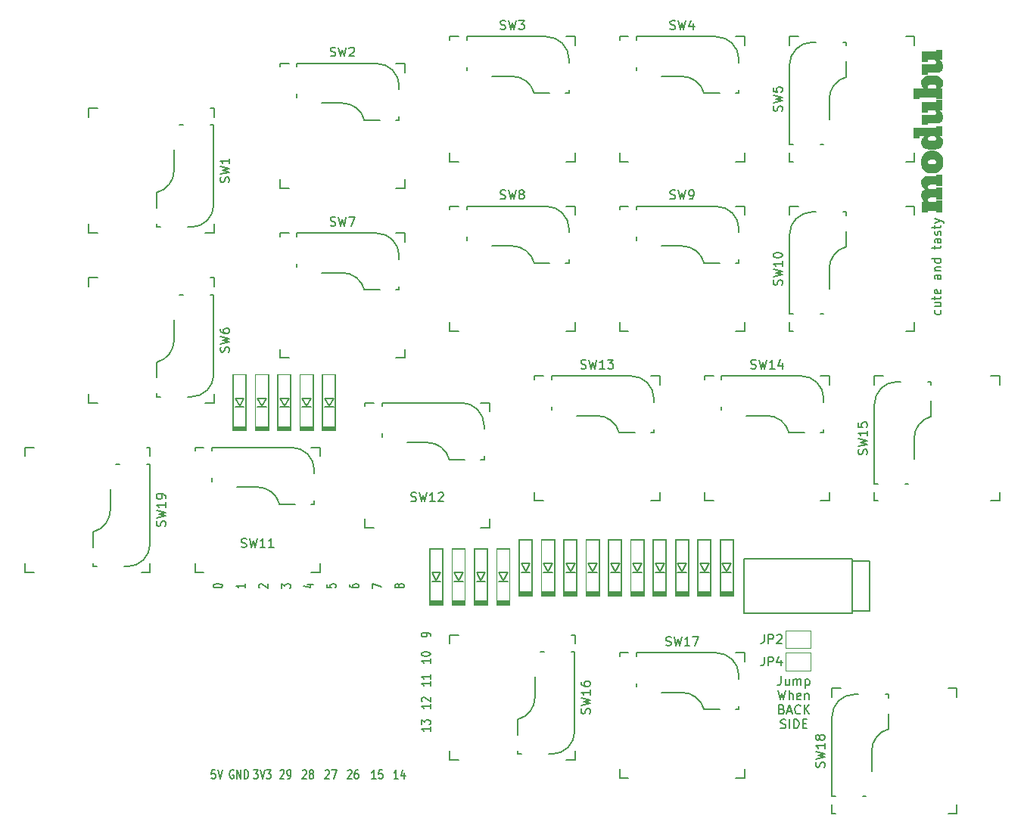
<source format=gbr>
%TF.GenerationSoftware,KiCad,Pcbnew,9.0.4*%
%TF.CreationDate,2025-11-12T08:08:54+09:00*%
%TF.ProjectId,modubu,6d6f6475-6275-42e6-9b69-6361645f7063,rev?*%
%TF.SameCoordinates,Original*%
%TF.FileFunction,Legend,Top*%
%TF.FilePolarity,Positive*%
%FSLAX46Y46*%
G04 Gerber Fmt 4.6, Leading zero omitted, Abs format (unit mm)*
G04 Created by KiCad (PCBNEW 9.0.4) date 2025-11-12 08:08:54*
%MOMM*%
%LPD*%
G01*
G04 APERTURE LIST*
%ADD10C,0.200000*%
%ADD11C,0.300000*%
%ADD12C,0.150000*%
%ADD13C,0.000000*%
%ADD14C,0.120000*%
G04 APERTURE END LIST*
D10*
X138404600Y-85657144D02*
X138452219Y-85752382D01*
X138452219Y-85752382D02*
X138452219Y-85942858D01*
X138452219Y-85942858D02*
X138404600Y-86038096D01*
X138404600Y-86038096D02*
X138356980Y-86085715D01*
X138356980Y-86085715D02*
X138261742Y-86133334D01*
X138261742Y-86133334D02*
X137976028Y-86133334D01*
X137976028Y-86133334D02*
X137880790Y-86085715D01*
X137880790Y-86085715D02*
X137833171Y-86038096D01*
X137833171Y-86038096D02*
X137785552Y-85942858D01*
X137785552Y-85942858D02*
X137785552Y-85752382D01*
X137785552Y-85752382D02*
X137833171Y-85657144D01*
X137785552Y-84800001D02*
X138452219Y-84800001D01*
X137785552Y-85228572D02*
X138309361Y-85228572D01*
X138309361Y-85228572D02*
X138404600Y-85180953D01*
X138404600Y-85180953D02*
X138452219Y-85085715D01*
X138452219Y-85085715D02*
X138452219Y-84942858D01*
X138452219Y-84942858D02*
X138404600Y-84847620D01*
X138404600Y-84847620D02*
X138356980Y-84800001D01*
X137785552Y-84466667D02*
X137785552Y-84085715D01*
X137452219Y-84323810D02*
X138309361Y-84323810D01*
X138309361Y-84323810D02*
X138404600Y-84276191D01*
X138404600Y-84276191D02*
X138452219Y-84180953D01*
X138452219Y-84180953D02*
X138452219Y-84085715D01*
X138404600Y-83371429D02*
X138452219Y-83466667D01*
X138452219Y-83466667D02*
X138452219Y-83657143D01*
X138452219Y-83657143D02*
X138404600Y-83752381D01*
X138404600Y-83752381D02*
X138309361Y-83800000D01*
X138309361Y-83800000D02*
X137928409Y-83800000D01*
X137928409Y-83800000D02*
X137833171Y-83752381D01*
X137833171Y-83752381D02*
X137785552Y-83657143D01*
X137785552Y-83657143D02*
X137785552Y-83466667D01*
X137785552Y-83466667D02*
X137833171Y-83371429D01*
X137833171Y-83371429D02*
X137928409Y-83323810D01*
X137928409Y-83323810D02*
X138023647Y-83323810D01*
X138023647Y-83323810D02*
X138118885Y-83800000D01*
X138452219Y-81704762D02*
X137928409Y-81704762D01*
X137928409Y-81704762D02*
X137833171Y-81752381D01*
X137833171Y-81752381D02*
X137785552Y-81847619D01*
X137785552Y-81847619D02*
X137785552Y-82038095D01*
X137785552Y-82038095D02*
X137833171Y-82133333D01*
X138404600Y-81704762D02*
X138452219Y-81800000D01*
X138452219Y-81800000D02*
X138452219Y-82038095D01*
X138452219Y-82038095D02*
X138404600Y-82133333D01*
X138404600Y-82133333D02*
X138309361Y-82180952D01*
X138309361Y-82180952D02*
X138214123Y-82180952D01*
X138214123Y-82180952D02*
X138118885Y-82133333D01*
X138118885Y-82133333D02*
X138071266Y-82038095D01*
X138071266Y-82038095D02*
X138071266Y-81800000D01*
X138071266Y-81800000D02*
X138023647Y-81704762D01*
X137785552Y-81228571D02*
X138452219Y-81228571D01*
X137880790Y-81228571D02*
X137833171Y-81180952D01*
X137833171Y-81180952D02*
X137785552Y-81085714D01*
X137785552Y-81085714D02*
X137785552Y-80942857D01*
X137785552Y-80942857D02*
X137833171Y-80847619D01*
X137833171Y-80847619D02*
X137928409Y-80800000D01*
X137928409Y-80800000D02*
X138452219Y-80800000D01*
X138452219Y-79895238D02*
X137452219Y-79895238D01*
X138404600Y-79895238D02*
X138452219Y-79990476D01*
X138452219Y-79990476D02*
X138452219Y-80180952D01*
X138452219Y-80180952D02*
X138404600Y-80276190D01*
X138404600Y-80276190D02*
X138356980Y-80323809D01*
X138356980Y-80323809D02*
X138261742Y-80371428D01*
X138261742Y-80371428D02*
X137976028Y-80371428D01*
X137976028Y-80371428D02*
X137880790Y-80323809D01*
X137880790Y-80323809D02*
X137833171Y-80276190D01*
X137833171Y-80276190D02*
X137785552Y-80180952D01*
X137785552Y-80180952D02*
X137785552Y-79990476D01*
X137785552Y-79990476D02*
X137833171Y-79895238D01*
X137785552Y-78799999D02*
X137785552Y-78419047D01*
X137452219Y-78657142D02*
X138309361Y-78657142D01*
X138309361Y-78657142D02*
X138404600Y-78609523D01*
X138404600Y-78609523D02*
X138452219Y-78514285D01*
X138452219Y-78514285D02*
X138452219Y-78419047D01*
X138452219Y-77657142D02*
X137928409Y-77657142D01*
X137928409Y-77657142D02*
X137833171Y-77704761D01*
X137833171Y-77704761D02*
X137785552Y-77799999D01*
X137785552Y-77799999D02*
X137785552Y-77990475D01*
X137785552Y-77990475D02*
X137833171Y-78085713D01*
X138404600Y-77657142D02*
X138452219Y-77752380D01*
X138452219Y-77752380D02*
X138452219Y-77990475D01*
X138452219Y-77990475D02*
X138404600Y-78085713D01*
X138404600Y-78085713D02*
X138309361Y-78133332D01*
X138309361Y-78133332D02*
X138214123Y-78133332D01*
X138214123Y-78133332D02*
X138118885Y-78085713D01*
X138118885Y-78085713D02*
X138071266Y-77990475D01*
X138071266Y-77990475D02*
X138071266Y-77752380D01*
X138071266Y-77752380D02*
X138023647Y-77657142D01*
X138404600Y-77228570D02*
X138452219Y-77133332D01*
X138452219Y-77133332D02*
X138452219Y-76942856D01*
X138452219Y-76942856D02*
X138404600Y-76847618D01*
X138404600Y-76847618D02*
X138309361Y-76799999D01*
X138309361Y-76799999D02*
X138261742Y-76799999D01*
X138261742Y-76799999D02*
X138166504Y-76847618D01*
X138166504Y-76847618D02*
X138118885Y-76942856D01*
X138118885Y-76942856D02*
X138118885Y-77085713D01*
X138118885Y-77085713D02*
X138071266Y-77180951D01*
X138071266Y-77180951D02*
X137976028Y-77228570D01*
X137976028Y-77228570D02*
X137928409Y-77228570D01*
X137928409Y-77228570D02*
X137833171Y-77180951D01*
X137833171Y-77180951D02*
X137785552Y-77085713D01*
X137785552Y-77085713D02*
X137785552Y-76942856D01*
X137785552Y-76942856D02*
X137833171Y-76847618D01*
X137785552Y-76514284D02*
X137785552Y-76133332D01*
X137452219Y-76371427D02*
X138309361Y-76371427D01*
X138309361Y-76371427D02*
X138404600Y-76323808D01*
X138404600Y-76323808D02*
X138452219Y-76228570D01*
X138452219Y-76228570D02*
X138452219Y-76133332D01*
X137785552Y-75895236D02*
X138452219Y-75657141D01*
X137785552Y-75419046D02*
X138452219Y-75657141D01*
X138452219Y-75657141D02*
X138690314Y-75752379D01*
X138690314Y-75752379D02*
X138737933Y-75799998D01*
X138737933Y-75799998D02*
X138785552Y-75895236D01*
D11*
G36*
X137944511Y-70435641D02*
G01*
X138645000Y-70435641D01*
X138645000Y-71774519D01*
X137944511Y-71774519D01*
X137944511Y-71598115D01*
X137261608Y-71598115D01*
X137137248Y-71614257D01*
X137061939Y-71655268D01*
X137015685Y-71723500D01*
X136998558Y-71827459D01*
X137016004Y-71937937D01*
X137062899Y-72010761D01*
X137140505Y-72056313D01*
X137261608Y-72073656D01*
X137944511Y-72073656D01*
X137944511Y-71897251D01*
X138645000Y-71897251D01*
X138645000Y-73227703D01*
X137944511Y-73227703D01*
X137944511Y-73051299D01*
X137261608Y-73051299D01*
X137137248Y-73067441D01*
X137061939Y-73108451D01*
X137015685Y-73176684D01*
X136998558Y-73280643D01*
X137016004Y-73391120D01*
X137062899Y-73463945D01*
X137140505Y-73509496D01*
X137261608Y-73526839D01*
X137944511Y-73526839D01*
X137944511Y-73350435D01*
X138645000Y-73350435D01*
X138645000Y-74689313D01*
X137944511Y-74689313D01*
X137944511Y-74504483D01*
X136998558Y-74504483D01*
X136998558Y-74689313D01*
X136298070Y-74689313D01*
X136298070Y-73526839D01*
X136614426Y-73526839D01*
X136476291Y-73399509D01*
X136372349Y-73262707D01*
X136298986Y-73115041D01*
X136254511Y-72954118D01*
X136239269Y-72776709D01*
X136253939Y-72608323D01*
X136295024Y-72469835D01*
X136360169Y-72355390D01*
X136449680Y-72258299D01*
X136558485Y-72182757D01*
X136689713Y-72127877D01*
X136557891Y-72023394D01*
X136449299Y-71909692D01*
X136361817Y-71786243D01*
X136297240Y-71650696D01*
X136257363Y-71497677D01*
X136243482Y-71323525D01*
X136258860Y-71150145D01*
X136301858Y-71008349D01*
X136369983Y-70891867D01*
X136463850Y-70796327D01*
X136577326Y-70722906D01*
X136712927Y-70668058D01*
X136874885Y-70633000D01*
X137068351Y-70620472D01*
X137944511Y-70620472D01*
X137944511Y-70435641D01*
G37*
G36*
X137716459Y-67797163D02*
G01*
X137925716Y-67840815D01*
X138104767Y-67909685D01*
X138258153Y-68002445D01*
X138389277Y-68119486D01*
X138498229Y-68258468D01*
X138584792Y-68418165D01*
X138648991Y-68601631D01*
X138689520Y-68812752D01*
X138703801Y-69056096D01*
X138689520Y-69299440D01*
X138648991Y-69510561D01*
X138584792Y-69694028D01*
X138498229Y-69853725D01*
X138389277Y-69992707D01*
X138258163Y-70109676D01*
X138104783Y-70202386D01*
X137925733Y-70271221D01*
X137716470Y-70314853D01*
X137471535Y-70330311D01*
X137226599Y-70314853D01*
X137017337Y-70271221D01*
X136838286Y-70202386D01*
X136684907Y-70109676D01*
X136553792Y-69992707D01*
X136444840Y-69853725D01*
X136358278Y-69694028D01*
X136294078Y-69510561D01*
X136253549Y-69299440D01*
X136239269Y-69056096D01*
X136998558Y-69056096D01*
X137015766Y-69164105D01*
X137061939Y-69234699D01*
X137137587Y-69277235D01*
X137261608Y-69293867D01*
X137681461Y-69293867D01*
X137805482Y-69277235D01*
X137881130Y-69234699D01*
X137927304Y-69164105D01*
X137944511Y-69056096D01*
X137927297Y-68948119D01*
X137881130Y-68877677D01*
X137805464Y-68835003D01*
X137681461Y-68818326D01*
X137261608Y-68818326D01*
X137137606Y-68835003D01*
X137061939Y-68877677D01*
X137015772Y-68948119D01*
X136998558Y-69056096D01*
X136239269Y-69056096D01*
X136253838Y-68808947D01*
X136295080Y-68595810D01*
X136360231Y-68411778D01*
X136447874Y-68252685D01*
X136558005Y-68115273D01*
X136690661Y-67999416D01*
X136844632Y-67907729D01*
X137023123Y-67839807D01*
X137230389Y-67796870D01*
X137471535Y-67781698D01*
X137716459Y-67797163D01*
G37*
G36*
X138645000Y-66182701D02*
G01*
X138370593Y-66182701D01*
X138484765Y-66291629D01*
X138598105Y-66444835D01*
X138656278Y-66560206D01*
X138691644Y-66686925D01*
X138703801Y-66827686D01*
X138682230Y-67037039D01*
X138621196Y-67210476D01*
X138522456Y-67355608D01*
X138382683Y-67477066D01*
X138219987Y-67565961D01*
X138019167Y-67634115D01*
X137772627Y-67678577D01*
X137471535Y-67694687D01*
X137170434Y-67678574D01*
X136923929Y-67634108D01*
X136723176Y-67565955D01*
X136560570Y-67477066D01*
X136420706Y-67355597D01*
X136321912Y-67210460D01*
X136260849Y-67037026D01*
X136239269Y-66827686D01*
X136251425Y-66686925D01*
X136286791Y-66560206D01*
X136344965Y-66444835D01*
X136363124Y-66420289D01*
X136998558Y-66420289D01*
X137015766Y-66528297D01*
X137061939Y-66598891D01*
X137137587Y-66641427D01*
X137261608Y-66658059D01*
X137681461Y-66658059D01*
X137805482Y-66641427D01*
X137881130Y-66598891D01*
X137927304Y-66528297D01*
X137944511Y-66420289D01*
X137927304Y-66312471D01*
X137881130Y-66242052D01*
X137805464Y-66199378D01*
X137681461Y-66182701D01*
X137261608Y-66182701D01*
X137137606Y-66199378D01*
X137061939Y-66242052D01*
X137015765Y-66312471D01*
X136998558Y-66420289D01*
X136363124Y-66420289D01*
X136458305Y-66291629D01*
X136572477Y-66182701D01*
X136066161Y-66182701D01*
X136066161Y-66430364D01*
X135365673Y-66430364D01*
X135365673Y-65204875D01*
X137944511Y-65204875D01*
X137944511Y-65020044D01*
X138645000Y-65020044D01*
X138645000Y-66182701D01*
G37*
G36*
X137944511Y-62124851D02*
G01*
X138645000Y-62124851D01*
X138645000Y-63287324D01*
X138328644Y-63287324D01*
X138466778Y-63414655D01*
X138570720Y-63551457D01*
X138644083Y-63699122D01*
X138688559Y-63860046D01*
X138703801Y-64037455D01*
X138688423Y-64210836D01*
X138645425Y-64352631D01*
X138577299Y-64469113D01*
X138483433Y-64564653D01*
X138369866Y-64638087D01*
X138234223Y-64692934D01*
X138072290Y-64727985D01*
X137878932Y-64740508D01*
X136998558Y-64740508D01*
X136998558Y-64925339D01*
X136298070Y-64925339D01*
X136298070Y-63762865D01*
X137681461Y-63762865D01*
X137805482Y-63746234D01*
X137881130Y-63703697D01*
X137927304Y-63633103D01*
X137944511Y-63525095D01*
X137927297Y-63417118D01*
X137881130Y-63346675D01*
X137805464Y-63304002D01*
X137681461Y-63287324D01*
X136998558Y-63287324D01*
X136998558Y-63514104D01*
X136298070Y-63514104D01*
X136298070Y-62309681D01*
X137944511Y-62309681D01*
X137944511Y-62124851D01*
G37*
G36*
X137772614Y-59360634D02*
G01*
X138019151Y-59405131D01*
X138219975Y-59473341D01*
X138382683Y-59562316D01*
X138522462Y-59683689D01*
X138621200Y-59828732D01*
X138682231Y-60002075D01*
X138703801Y-60211330D01*
X138691641Y-60352212D01*
X138656271Y-60478990D01*
X138598105Y-60594364D01*
X138484765Y-60747570D01*
X138370593Y-60856498D01*
X138645000Y-60856498D01*
X138645000Y-62018971D01*
X137944511Y-62018971D01*
X137944511Y-61834141D01*
X136066161Y-61834141D01*
X136066161Y-62018971D01*
X135365673Y-62018971D01*
X135365673Y-60856498D01*
X136572477Y-60856498D01*
X136458305Y-60747570D01*
X136362988Y-60618727D01*
X136998558Y-60618727D01*
X137015766Y-60726735D01*
X137061939Y-60797330D01*
X137137587Y-60839866D01*
X137261608Y-60856498D01*
X137681461Y-60856498D01*
X137805482Y-60839866D01*
X137881130Y-60797330D01*
X137927304Y-60726735D01*
X137944511Y-60618727D01*
X137927297Y-60510750D01*
X137881130Y-60440308D01*
X137805464Y-60397634D01*
X137681461Y-60380957D01*
X137261608Y-60380957D01*
X137137606Y-60397634D01*
X137061939Y-60440308D01*
X137015772Y-60510750D01*
X136998558Y-60618727D01*
X136362988Y-60618727D01*
X136344965Y-60594364D01*
X136286798Y-60478990D01*
X136251429Y-60352212D01*
X136239269Y-60211330D01*
X136260848Y-60002088D01*
X136321908Y-59828748D01*
X136420701Y-59683700D01*
X136560570Y-59562316D01*
X136723188Y-59473347D01*
X136923945Y-59405137D01*
X137170446Y-59360637D01*
X137471535Y-59344512D01*
X137772614Y-59360634D01*
G37*
G36*
X137944511Y-56465255D02*
G01*
X138645000Y-56465255D01*
X138645000Y-57627729D01*
X138328644Y-57627729D01*
X138466778Y-57755060D01*
X138570720Y-57891862D01*
X138644083Y-58039527D01*
X138688559Y-58200451D01*
X138703801Y-58377860D01*
X138688423Y-58551240D01*
X138645425Y-58693036D01*
X138577299Y-58809518D01*
X138483433Y-58905058D01*
X138369866Y-58978491D01*
X138234223Y-59033339D01*
X138072290Y-59068390D01*
X137878932Y-59080913D01*
X136998558Y-59080913D01*
X136998558Y-59265744D01*
X136298070Y-59265744D01*
X136298070Y-58103270D01*
X137681461Y-58103270D01*
X137805482Y-58086638D01*
X137881130Y-58044102D01*
X137927304Y-57973508D01*
X137944511Y-57865500D01*
X137927297Y-57757523D01*
X137881130Y-57687080D01*
X137805464Y-57644406D01*
X137681461Y-57627729D01*
X136998558Y-57627729D01*
X136998558Y-57854509D01*
X136298070Y-57854509D01*
X136298070Y-56650086D01*
X137944511Y-56650086D01*
X137944511Y-56465255D01*
G37*
D10*
X120571428Y-126637303D02*
X120571428Y-127351588D01*
X120571428Y-127351588D02*
X120523809Y-127494445D01*
X120523809Y-127494445D02*
X120428571Y-127589684D01*
X120428571Y-127589684D02*
X120285714Y-127637303D01*
X120285714Y-127637303D02*
X120190476Y-127637303D01*
X121476190Y-126970636D02*
X121476190Y-127637303D01*
X121047619Y-126970636D02*
X121047619Y-127494445D01*
X121047619Y-127494445D02*
X121095238Y-127589684D01*
X121095238Y-127589684D02*
X121190476Y-127637303D01*
X121190476Y-127637303D02*
X121333333Y-127637303D01*
X121333333Y-127637303D02*
X121428571Y-127589684D01*
X121428571Y-127589684D02*
X121476190Y-127542064D01*
X121952381Y-127637303D02*
X121952381Y-126970636D01*
X121952381Y-127065874D02*
X122000000Y-127018255D01*
X122000000Y-127018255D02*
X122095238Y-126970636D01*
X122095238Y-126970636D02*
X122238095Y-126970636D01*
X122238095Y-126970636D02*
X122333333Y-127018255D01*
X122333333Y-127018255D02*
X122380952Y-127113493D01*
X122380952Y-127113493D02*
X122380952Y-127637303D01*
X122380952Y-127113493D02*
X122428571Y-127018255D01*
X122428571Y-127018255D02*
X122523809Y-126970636D01*
X122523809Y-126970636D02*
X122666666Y-126970636D01*
X122666666Y-126970636D02*
X122761905Y-127018255D01*
X122761905Y-127018255D02*
X122809524Y-127113493D01*
X122809524Y-127113493D02*
X122809524Y-127637303D01*
X123285714Y-126970636D02*
X123285714Y-127970636D01*
X123285714Y-127018255D02*
X123380952Y-126970636D01*
X123380952Y-126970636D02*
X123571428Y-126970636D01*
X123571428Y-126970636D02*
X123666666Y-127018255D01*
X123666666Y-127018255D02*
X123714285Y-127065874D01*
X123714285Y-127065874D02*
X123761904Y-127161112D01*
X123761904Y-127161112D02*
X123761904Y-127446826D01*
X123761904Y-127446826D02*
X123714285Y-127542064D01*
X123714285Y-127542064D02*
X123666666Y-127589684D01*
X123666666Y-127589684D02*
X123571428Y-127637303D01*
X123571428Y-127637303D02*
X123380952Y-127637303D01*
X123380952Y-127637303D02*
X123285714Y-127589684D01*
X120238095Y-128247247D02*
X120476190Y-129247247D01*
X120476190Y-129247247D02*
X120666666Y-128532961D01*
X120666666Y-128532961D02*
X120857142Y-129247247D01*
X120857142Y-129247247D02*
X121095238Y-128247247D01*
X121476190Y-129247247D02*
X121476190Y-128247247D01*
X121904761Y-129247247D02*
X121904761Y-128723437D01*
X121904761Y-128723437D02*
X121857142Y-128628199D01*
X121857142Y-128628199D02*
X121761904Y-128580580D01*
X121761904Y-128580580D02*
X121619047Y-128580580D01*
X121619047Y-128580580D02*
X121523809Y-128628199D01*
X121523809Y-128628199D02*
X121476190Y-128675818D01*
X122761904Y-129199628D02*
X122666666Y-129247247D01*
X122666666Y-129247247D02*
X122476190Y-129247247D01*
X122476190Y-129247247D02*
X122380952Y-129199628D01*
X122380952Y-129199628D02*
X122333333Y-129104389D01*
X122333333Y-129104389D02*
X122333333Y-128723437D01*
X122333333Y-128723437D02*
X122380952Y-128628199D01*
X122380952Y-128628199D02*
X122476190Y-128580580D01*
X122476190Y-128580580D02*
X122666666Y-128580580D01*
X122666666Y-128580580D02*
X122761904Y-128628199D01*
X122761904Y-128628199D02*
X122809523Y-128723437D01*
X122809523Y-128723437D02*
X122809523Y-128818675D01*
X122809523Y-128818675D02*
X122333333Y-128913913D01*
X123238095Y-128580580D02*
X123238095Y-129247247D01*
X123238095Y-128675818D02*
X123285714Y-128628199D01*
X123285714Y-128628199D02*
X123380952Y-128580580D01*
X123380952Y-128580580D02*
X123523809Y-128580580D01*
X123523809Y-128580580D02*
X123619047Y-128628199D01*
X123619047Y-128628199D02*
X123666666Y-128723437D01*
X123666666Y-128723437D02*
X123666666Y-129247247D01*
X120642857Y-130333381D02*
X120785714Y-130381000D01*
X120785714Y-130381000D02*
X120833333Y-130428619D01*
X120833333Y-130428619D02*
X120880952Y-130523857D01*
X120880952Y-130523857D02*
X120880952Y-130666714D01*
X120880952Y-130666714D02*
X120833333Y-130761952D01*
X120833333Y-130761952D02*
X120785714Y-130809572D01*
X120785714Y-130809572D02*
X120690476Y-130857191D01*
X120690476Y-130857191D02*
X120309524Y-130857191D01*
X120309524Y-130857191D02*
X120309524Y-129857191D01*
X120309524Y-129857191D02*
X120642857Y-129857191D01*
X120642857Y-129857191D02*
X120738095Y-129904810D01*
X120738095Y-129904810D02*
X120785714Y-129952429D01*
X120785714Y-129952429D02*
X120833333Y-130047667D01*
X120833333Y-130047667D02*
X120833333Y-130142905D01*
X120833333Y-130142905D02*
X120785714Y-130238143D01*
X120785714Y-130238143D02*
X120738095Y-130285762D01*
X120738095Y-130285762D02*
X120642857Y-130333381D01*
X120642857Y-130333381D02*
X120309524Y-130333381D01*
X121261905Y-130571476D02*
X121738095Y-130571476D01*
X121166667Y-130857191D02*
X121500000Y-129857191D01*
X121500000Y-129857191D02*
X121833333Y-130857191D01*
X122738095Y-130761952D02*
X122690476Y-130809572D01*
X122690476Y-130809572D02*
X122547619Y-130857191D01*
X122547619Y-130857191D02*
X122452381Y-130857191D01*
X122452381Y-130857191D02*
X122309524Y-130809572D01*
X122309524Y-130809572D02*
X122214286Y-130714333D01*
X122214286Y-130714333D02*
X122166667Y-130619095D01*
X122166667Y-130619095D02*
X122119048Y-130428619D01*
X122119048Y-130428619D02*
X122119048Y-130285762D01*
X122119048Y-130285762D02*
X122166667Y-130095286D01*
X122166667Y-130095286D02*
X122214286Y-130000048D01*
X122214286Y-130000048D02*
X122309524Y-129904810D01*
X122309524Y-129904810D02*
X122452381Y-129857191D01*
X122452381Y-129857191D02*
X122547619Y-129857191D01*
X122547619Y-129857191D02*
X122690476Y-129904810D01*
X122690476Y-129904810D02*
X122738095Y-129952429D01*
X123166667Y-130857191D02*
X123166667Y-129857191D01*
X123738095Y-130857191D02*
X123309524Y-130285762D01*
X123738095Y-129857191D02*
X123166667Y-130428619D01*
X120523810Y-132419516D02*
X120666667Y-132467135D01*
X120666667Y-132467135D02*
X120904762Y-132467135D01*
X120904762Y-132467135D02*
X121000000Y-132419516D01*
X121000000Y-132419516D02*
X121047619Y-132371896D01*
X121047619Y-132371896D02*
X121095238Y-132276658D01*
X121095238Y-132276658D02*
X121095238Y-132181420D01*
X121095238Y-132181420D02*
X121047619Y-132086182D01*
X121047619Y-132086182D02*
X121000000Y-132038563D01*
X121000000Y-132038563D02*
X120904762Y-131990944D01*
X120904762Y-131990944D02*
X120714286Y-131943325D01*
X120714286Y-131943325D02*
X120619048Y-131895706D01*
X120619048Y-131895706D02*
X120571429Y-131848087D01*
X120571429Y-131848087D02*
X120523810Y-131752849D01*
X120523810Y-131752849D02*
X120523810Y-131657611D01*
X120523810Y-131657611D02*
X120571429Y-131562373D01*
X120571429Y-131562373D02*
X120619048Y-131514754D01*
X120619048Y-131514754D02*
X120714286Y-131467135D01*
X120714286Y-131467135D02*
X120952381Y-131467135D01*
X120952381Y-131467135D02*
X121095238Y-131514754D01*
X121523810Y-132467135D02*
X121523810Y-131467135D01*
X122000000Y-132467135D02*
X122000000Y-131467135D01*
X122000000Y-131467135D02*
X122238095Y-131467135D01*
X122238095Y-131467135D02*
X122380952Y-131514754D01*
X122380952Y-131514754D02*
X122476190Y-131609992D01*
X122476190Y-131609992D02*
X122523809Y-131705230D01*
X122523809Y-131705230D02*
X122571428Y-131895706D01*
X122571428Y-131895706D02*
X122571428Y-132038563D01*
X122571428Y-132038563D02*
X122523809Y-132229039D01*
X122523809Y-132229039D02*
X122476190Y-132324277D01*
X122476190Y-132324277D02*
X122380952Y-132419516D01*
X122380952Y-132419516D02*
X122238095Y-132467135D01*
X122238095Y-132467135D02*
X122000000Y-132467135D01*
X123000000Y-131943325D02*
X123333333Y-131943325D01*
X123476190Y-132467135D02*
X123000000Y-132467135D01*
X123000000Y-132467135D02*
X123000000Y-131467135D01*
X123000000Y-131467135D02*
X123476190Y-131467135D01*
D12*
X51657200Y-109809523D02*
X51704819Y-109666666D01*
X51704819Y-109666666D02*
X51704819Y-109428571D01*
X51704819Y-109428571D02*
X51657200Y-109333333D01*
X51657200Y-109333333D02*
X51609580Y-109285714D01*
X51609580Y-109285714D02*
X51514342Y-109238095D01*
X51514342Y-109238095D02*
X51419104Y-109238095D01*
X51419104Y-109238095D02*
X51323866Y-109285714D01*
X51323866Y-109285714D02*
X51276247Y-109333333D01*
X51276247Y-109333333D02*
X51228628Y-109428571D01*
X51228628Y-109428571D02*
X51181009Y-109619047D01*
X51181009Y-109619047D02*
X51133390Y-109714285D01*
X51133390Y-109714285D02*
X51085771Y-109761904D01*
X51085771Y-109761904D02*
X50990533Y-109809523D01*
X50990533Y-109809523D02*
X50895295Y-109809523D01*
X50895295Y-109809523D02*
X50800057Y-109761904D01*
X50800057Y-109761904D02*
X50752438Y-109714285D01*
X50752438Y-109714285D02*
X50704819Y-109619047D01*
X50704819Y-109619047D02*
X50704819Y-109380952D01*
X50704819Y-109380952D02*
X50752438Y-109238095D01*
X50704819Y-108904761D02*
X51704819Y-108666666D01*
X51704819Y-108666666D02*
X50990533Y-108476190D01*
X50990533Y-108476190D02*
X51704819Y-108285714D01*
X51704819Y-108285714D02*
X50704819Y-108047619D01*
X51704819Y-107142857D02*
X51704819Y-107714285D01*
X51704819Y-107428571D02*
X50704819Y-107428571D01*
X50704819Y-107428571D02*
X50847676Y-107523809D01*
X50847676Y-107523809D02*
X50942914Y-107619047D01*
X50942914Y-107619047D02*
X50990533Y-107714285D01*
X51704819Y-106666666D02*
X51704819Y-106476190D01*
X51704819Y-106476190D02*
X51657200Y-106380952D01*
X51657200Y-106380952D02*
X51609580Y-106333333D01*
X51609580Y-106333333D02*
X51466723Y-106238095D01*
X51466723Y-106238095D02*
X51276247Y-106190476D01*
X51276247Y-106190476D02*
X50895295Y-106190476D01*
X50895295Y-106190476D02*
X50800057Y-106238095D01*
X50800057Y-106238095D02*
X50752438Y-106285714D01*
X50752438Y-106285714D02*
X50704819Y-106380952D01*
X50704819Y-106380952D02*
X50704819Y-106571428D01*
X50704819Y-106571428D02*
X50752438Y-106666666D01*
X50752438Y-106666666D02*
X50800057Y-106714285D01*
X50800057Y-106714285D02*
X50895295Y-106761904D01*
X50895295Y-106761904D02*
X51133390Y-106761904D01*
X51133390Y-106761904D02*
X51228628Y-106714285D01*
X51228628Y-106714285D02*
X51276247Y-106666666D01*
X51276247Y-106666666D02*
X51323866Y-106571428D01*
X51323866Y-106571428D02*
X51323866Y-106380952D01*
X51323866Y-106380952D02*
X51276247Y-106285714D01*
X51276247Y-106285714D02*
X51228628Y-106238095D01*
X51228628Y-106238095D02*
X51133390Y-106190476D01*
X58782200Y-71333332D02*
X58829819Y-71190475D01*
X58829819Y-71190475D02*
X58829819Y-70952380D01*
X58829819Y-70952380D02*
X58782200Y-70857142D01*
X58782200Y-70857142D02*
X58734580Y-70809523D01*
X58734580Y-70809523D02*
X58639342Y-70761904D01*
X58639342Y-70761904D02*
X58544104Y-70761904D01*
X58544104Y-70761904D02*
X58448866Y-70809523D01*
X58448866Y-70809523D02*
X58401247Y-70857142D01*
X58401247Y-70857142D02*
X58353628Y-70952380D01*
X58353628Y-70952380D02*
X58306009Y-71142856D01*
X58306009Y-71142856D02*
X58258390Y-71238094D01*
X58258390Y-71238094D02*
X58210771Y-71285713D01*
X58210771Y-71285713D02*
X58115533Y-71333332D01*
X58115533Y-71333332D02*
X58020295Y-71333332D01*
X58020295Y-71333332D02*
X57925057Y-71285713D01*
X57925057Y-71285713D02*
X57877438Y-71238094D01*
X57877438Y-71238094D02*
X57829819Y-71142856D01*
X57829819Y-71142856D02*
X57829819Y-70904761D01*
X57829819Y-70904761D02*
X57877438Y-70761904D01*
X57829819Y-70428570D02*
X58829819Y-70190475D01*
X58829819Y-70190475D02*
X58115533Y-69999999D01*
X58115533Y-69999999D02*
X58829819Y-69809523D01*
X58829819Y-69809523D02*
X57829819Y-69571428D01*
X58829819Y-68666666D02*
X58829819Y-69238094D01*
X58829819Y-68952380D02*
X57829819Y-68952380D01*
X57829819Y-68952380D02*
X57972676Y-69047618D01*
X57972676Y-69047618D02*
X58067914Y-69142856D01*
X58067914Y-69142856D02*
X58115533Y-69238094D01*
X125407200Y-136809523D02*
X125454819Y-136666666D01*
X125454819Y-136666666D02*
X125454819Y-136428571D01*
X125454819Y-136428571D02*
X125407200Y-136333333D01*
X125407200Y-136333333D02*
X125359580Y-136285714D01*
X125359580Y-136285714D02*
X125264342Y-136238095D01*
X125264342Y-136238095D02*
X125169104Y-136238095D01*
X125169104Y-136238095D02*
X125073866Y-136285714D01*
X125073866Y-136285714D02*
X125026247Y-136333333D01*
X125026247Y-136333333D02*
X124978628Y-136428571D01*
X124978628Y-136428571D02*
X124931009Y-136619047D01*
X124931009Y-136619047D02*
X124883390Y-136714285D01*
X124883390Y-136714285D02*
X124835771Y-136761904D01*
X124835771Y-136761904D02*
X124740533Y-136809523D01*
X124740533Y-136809523D02*
X124645295Y-136809523D01*
X124645295Y-136809523D02*
X124550057Y-136761904D01*
X124550057Y-136761904D02*
X124502438Y-136714285D01*
X124502438Y-136714285D02*
X124454819Y-136619047D01*
X124454819Y-136619047D02*
X124454819Y-136380952D01*
X124454819Y-136380952D02*
X124502438Y-136238095D01*
X124454819Y-135904761D02*
X125454819Y-135666666D01*
X125454819Y-135666666D02*
X124740533Y-135476190D01*
X124740533Y-135476190D02*
X125454819Y-135285714D01*
X125454819Y-135285714D02*
X124454819Y-135047619D01*
X125454819Y-134142857D02*
X125454819Y-134714285D01*
X125454819Y-134428571D02*
X124454819Y-134428571D01*
X124454819Y-134428571D02*
X124597676Y-134523809D01*
X124597676Y-134523809D02*
X124692914Y-134619047D01*
X124692914Y-134619047D02*
X124740533Y-134714285D01*
X124883390Y-133571428D02*
X124835771Y-133666666D01*
X124835771Y-133666666D02*
X124788152Y-133714285D01*
X124788152Y-133714285D02*
X124692914Y-133761904D01*
X124692914Y-133761904D02*
X124645295Y-133761904D01*
X124645295Y-133761904D02*
X124550057Y-133714285D01*
X124550057Y-133714285D02*
X124502438Y-133666666D01*
X124502438Y-133666666D02*
X124454819Y-133571428D01*
X124454819Y-133571428D02*
X124454819Y-133380952D01*
X124454819Y-133380952D02*
X124502438Y-133285714D01*
X124502438Y-133285714D02*
X124550057Y-133238095D01*
X124550057Y-133238095D02*
X124645295Y-133190476D01*
X124645295Y-133190476D02*
X124692914Y-133190476D01*
X124692914Y-133190476D02*
X124788152Y-133238095D01*
X124788152Y-133238095D02*
X124835771Y-133285714D01*
X124835771Y-133285714D02*
X124883390Y-133380952D01*
X124883390Y-133380952D02*
X124883390Y-133571428D01*
X124883390Y-133571428D02*
X124931009Y-133666666D01*
X124931009Y-133666666D02*
X124978628Y-133714285D01*
X124978628Y-133714285D02*
X125073866Y-133761904D01*
X125073866Y-133761904D02*
X125264342Y-133761904D01*
X125264342Y-133761904D02*
X125359580Y-133714285D01*
X125359580Y-133714285D02*
X125407200Y-133666666D01*
X125407200Y-133666666D02*
X125454819Y-133571428D01*
X125454819Y-133571428D02*
X125454819Y-133380952D01*
X125454819Y-133380952D02*
X125407200Y-133285714D01*
X125407200Y-133285714D02*
X125359580Y-133238095D01*
X125359580Y-133238095D02*
X125264342Y-133190476D01*
X125264342Y-133190476D02*
X125073866Y-133190476D01*
X125073866Y-133190476D02*
X124978628Y-133238095D01*
X124978628Y-133238095D02*
X124931009Y-133285714D01*
X124931009Y-133285714D02*
X124883390Y-133380952D01*
X89166667Y-73157200D02*
X89309524Y-73204819D01*
X89309524Y-73204819D02*
X89547619Y-73204819D01*
X89547619Y-73204819D02*
X89642857Y-73157200D01*
X89642857Y-73157200D02*
X89690476Y-73109580D01*
X89690476Y-73109580D02*
X89738095Y-73014342D01*
X89738095Y-73014342D02*
X89738095Y-72919104D01*
X89738095Y-72919104D02*
X89690476Y-72823866D01*
X89690476Y-72823866D02*
X89642857Y-72776247D01*
X89642857Y-72776247D02*
X89547619Y-72728628D01*
X89547619Y-72728628D02*
X89357143Y-72681009D01*
X89357143Y-72681009D02*
X89261905Y-72633390D01*
X89261905Y-72633390D02*
X89214286Y-72585771D01*
X89214286Y-72585771D02*
X89166667Y-72490533D01*
X89166667Y-72490533D02*
X89166667Y-72395295D01*
X89166667Y-72395295D02*
X89214286Y-72300057D01*
X89214286Y-72300057D02*
X89261905Y-72252438D01*
X89261905Y-72252438D02*
X89357143Y-72204819D01*
X89357143Y-72204819D02*
X89595238Y-72204819D01*
X89595238Y-72204819D02*
X89738095Y-72252438D01*
X90071429Y-72204819D02*
X90309524Y-73204819D01*
X90309524Y-73204819D02*
X90500000Y-72490533D01*
X90500000Y-72490533D02*
X90690476Y-73204819D01*
X90690476Y-73204819D02*
X90928572Y-72204819D01*
X91452381Y-72633390D02*
X91357143Y-72585771D01*
X91357143Y-72585771D02*
X91309524Y-72538152D01*
X91309524Y-72538152D02*
X91261905Y-72442914D01*
X91261905Y-72442914D02*
X91261905Y-72395295D01*
X91261905Y-72395295D02*
X91309524Y-72300057D01*
X91309524Y-72300057D02*
X91357143Y-72252438D01*
X91357143Y-72252438D02*
X91452381Y-72204819D01*
X91452381Y-72204819D02*
X91642857Y-72204819D01*
X91642857Y-72204819D02*
X91738095Y-72252438D01*
X91738095Y-72252438D02*
X91785714Y-72300057D01*
X91785714Y-72300057D02*
X91833333Y-72395295D01*
X91833333Y-72395295D02*
X91833333Y-72442914D01*
X91833333Y-72442914D02*
X91785714Y-72538152D01*
X91785714Y-72538152D02*
X91738095Y-72585771D01*
X91738095Y-72585771D02*
X91642857Y-72633390D01*
X91642857Y-72633390D02*
X91452381Y-72633390D01*
X91452381Y-72633390D02*
X91357143Y-72681009D01*
X91357143Y-72681009D02*
X91309524Y-72728628D01*
X91309524Y-72728628D02*
X91261905Y-72823866D01*
X91261905Y-72823866D02*
X91261905Y-73014342D01*
X91261905Y-73014342D02*
X91309524Y-73109580D01*
X91309524Y-73109580D02*
X91357143Y-73157200D01*
X91357143Y-73157200D02*
X91452381Y-73204819D01*
X91452381Y-73204819D02*
X91642857Y-73204819D01*
X91642857Y-73204819D02*
X91738095Y-73157200D01*
X91738095Y-73157200D02*
X91785714Y-73109580D01*
X91785714Y-73109580D02*
X91833333Y-73014342D01*
X91833333Y-73014342D02*
X91833333Y-72823866D01*
X91833333Y-72823866D02*
X91785714Y-72728628D01*
X91785714Y-72728628D02*
X91738095Y-72681009D01*
X91738095Y-72681009D02*
X91642857Y-72633390D01*
X75237029Y-138119819D02*
X74779886Y-138119819D01*
X75008458Y-138119819D02*
X75008458Y-137119819D01*
X75008458Y-137119819D02*
X74932267Y-137262676D01*
X74932267Y-137262676D02*
X74856077Y-137357914D01*
X74856077Y-137357914D02*
X74779886Y-137405533D01*
X75960839Y-137119819D02*
X75579887Y-137119819D01*
X75579887Y-137119819D02*
X75541791Y-137596009D01*
X75541791Y-137596009D02*
X75579887Y-137548390D01*
X75579887Y-137548390D02*
X75656077Y-137500771D01*
X75656077Y-137500771D02*
X75846553Y-137500771D01*
X75846553Y-137500771D02*
X75922744Y-137548390D01*
X75922744Y-137548390D02*
X75960839Y-137596009D01*
X75960839Y-137596009D02*
X75998934Y-137691247D01*
X75998934Y-137691247D02*
X75998934Y-137929342D01*
X75998934Y-137929342D02*
X75960839Y-138024580D01*
X75960839Y-138024580D02*
X75922744Y-138072200D01*
X75922744Y-138072200D02*
X75846553Y-138119819D01*
X75846553Y-138119819D02*
X75656077Y-138119819D01*
X75656077Y-138119819D02*
X75579887Y-138072200D01*
X75579887Y-138072200D02*
X75541791Y-138024580D01*
X69597981Y-137215057D02*
X69636077Y-137167438D01*
X69636077Y-137167438D02*
X69712267Y-137119819D01*
X69712267Y-137119819D02*
X69902743Y-137119819D01*
X69902743Y-137119819D02*
X69978934Y-137167438D01*
X69978934Y-137167438D02*
X70017029Y-137215057D01*
X70017029Y-137215057D02*
X70055124Y-137310295D01*
X70055124Y-137310295D02*
X70055124Y-137405533D01*
X70055124Y-137405533D02*
X70017029Y-137548390D01*
X70017029Y-137548390D02*
X69559886Y-138119819D01*
X69559886Y-138119819D02*
X70055124Y-138119819D01*
X70321791Y-137119819D02*
X70855125Y-137119819D01*
X70855125Y-137119819D02*
X70512267Y-138119819D01*
X81335819Y-127211793D02*
X81335819Y-127668936D01*
X81335819Y-127440364D02*
X80335819Y-127440364D01*
X80335819Y-127440364D02*
X80478676Y-127516555D01*
X80478676Y-127516555D02*
X80573914Y-127592745D01*
X80573914Y-127592745D02*
X80621533Y-127668936D01*
X81335819Y-126449888D02*
X81335819Y-126907031D01*
X81335819Y-126678459D02*
X80335819Y-126678459D01*
X80335819Y-126678459D02*
X80478676Y-126754650D01*
X80478676Y-126754650D02*
X80573914Y-126830840D01*
X80573914Y-126830840D02*
X80621533Y-126907031D01*
X69761568Y-116321793D02*
X69761568Y-116702745D01*
X69761568Y-116702745D02*
X70237758Y-116740841D01*
X70237758Y-116740841D02*
X70190139Y-116702745D01*
X70190139Y-116702745D02*
X70142520Y-116626555D01*
X70142520Y-116626555D02*
X70142520Y-116436079D01*
X70142520Y-116436079D02*
X70190139Y-116359888D01*
X70190139Y-116359888D02*
X70237758Y-116321793D01*
X70237758Y-116321793D02*
X70332996Y-116283698D01*
X70332996Y-116283698D02*
X70571091Y-116283698D01*
X70571091Y-116283698D02*
X70666329Y-116321793D01*
X70666329Y-116321793D02*
X70713949Y-116359888D01*
X70713949Y-116359888D02*
X70761568Y-116436079D01*
X70761568Y-116436079D02*
X70761568Y-116626555D01*
X70761568Y-116626555D02*
X70713949Y-116702745D01*
X70713949Y-116702745D02*
X70666329Y-116740841D01*
X74841569Y-116778934D02*
X74841569Y-116245600D01*
X74841569Y-116245600D02*
X75841569Y-116588458D01*
X67029886Y-137215057D02*
X67067982Y-137167438D01*
X67067982Y-137167438D02*
X67144172Y-137119819D01*
X67144172Y-137119819D02*
X67334648Y-137119819D01*
X67334648Y-137119819D02*
X67410839Y-137167438D01*
X67410839Y-137167438D02*
X67448934Y-137215057D01*
X67448934Y-137215057D02*
X67487029Y-137310295D01*
X67487029Y-137310295D02*
X67487029Y-137405533D01*
X67487029Y-137405533D02*
X67448934Y-137548390D01*
X67448934Y-137548390D02*
X66991791Y-138119819D01*
X66991791Y-138119819D02*
X67487029Y-138119819D01*
X67944172Y-137548390D02*
X67867982Y-137500771D01*
X67867982Y-137500771D02*
X67829887Y-137453152D01*
X67829887Y-137453152D02*
X67791791Y-137357914D01*
X67791791Y-137357914D02*
X67791791Y-137310295D01*
X67791791Y-137310295D02*
X67829887Y-137215057D01*
X67829887Y-137215057D02*
X67867982Y-137167438D01*
X67867982Y-137167438D02*
X67944172Y-137119819D01*
X67944172Y-137119819D02*
X68096553Y-137119819D01*
X68096553Y-137119819D02*
X68172744Y-137167438D01*
X68172744Y-137167438D02*
X68210839Y-137215057D01*
X68210839Y-137215057D02*
X68248934Y-137310295D01*
X68248934Y-137310295D02*
X68248934Y-137357914D01*
X68248934Y-137357914D02*
X68210839Y-137453152D01*
X68210839Y-137453152D02*
X68172744Y-137500771D01*
X68172744Y-137500771D02*
X68096553Y-137548390D01*
X68096553Y-137548390D02*
X67944172Y-137548390D01*
X67944172Y-137548390D02*
X67867982Y-137596009D01*
X67867982Y-137596009D02*
X67829887Y-137643628D01*
X67829887Y-137643628D02*
X67791791Y-137738866D01*
X67791791Y-137738866D02*
X67791791Y-137929342D01*
X67791791Y-137929342D02*
X67829887Y-138024580D01*
X67829887Y-138024580D02*
X67867982Y-138072200D01*
X67867982Y-138072200D02*
X67944172Y-138119819D01*
X67944172Y-138119819D02*
X68096553Y-138119819D01*
X68096553Y-138119819D02*
X68172744Y-138072200D01*
X68172744Y-138072200D02*
X68210839Y-138024580D01*
X68210839Y-138024580D02*
X68248934Y-137929342D01*
X68248934Y-137929342D02*
X68248934Y-137738866D01*
X68248934Y-137738866D02*
X68210839Y-137643628D01*
X68210839Y-137643628D02*
X68172744Y-137596009D01*
X68172744Y-137596009D02*
X68096553Y-137548390D01*
X81335820Y-122131790D02*
X81335820Y-121979409D01*
X81335820Y-121979409D02*
X81288201Y-121903219D01*
X81288201Y-121903219D02*
X81240581Y-121865123D01*
X81240581Y-121865123D02*
X81097724Y-121788933D01*
X81097724Y-121788933D02*
X80907248Y-121750838D01*
X80907248Y-121750838D02*
X80526296Y-121750838D01*
X80526296Y-121750838D02*
X80431058Y-121788933D01*
X80431058Y-121788933D02*
X80383439Y-121827028D01*
X80383439Y-121827028D02*
X80335820Y-121903219D01*
X80335820Y-121903219D02*
X80335820Y-122055600D01*
X80335820Y-122055600D02*
X80383439Y-122131790D01*
X80383439Y-122131790D02*
X80431058Y-122169885D01*
X80431058Y-122169885D02*
X80526296Y-122207981D01*
X80526296Y-122207981D02*
X80764391Y-122207981D01*
X80764391Y-122207981D02*
X80859629Y-122169885D01*
X80859629Y-122169885D02*
X80907248Y-122131790D01*
X80907248Y-122131790D02*
X80954867Y-122055600D01*
X80954867Y-122055600D02*
X80954867Y-121903219D01*
X80954867Y-121903219D02*
X80907248Y-121827028D01*
X80907248Y-121827028D02*
X80859629Y-121788933D01*
X80859629Y-121788933D02*
X80764391Y-121750838D01*
X81335819Y-124671792D02*
X81335819Y-125128935D01*
X81335819Y-124900363D02*
X80335819Y-124900363D01*
X80335819Y-124900363D02*
X80478676Y-124976554D01*
X80478676Y-124976554D02*
X80573914Y-125052744D01*
X80573914Y-125052744D02*
X80621533Y-125128935D01*
X80335819Y-124176553D02*
X80335819Y-124100363D01*
X80335819Y-124100363D02*
X80383438Y-124024172D01*
X80383438Y-124024172D02*
X80431057Y-123986077D01*
X80431057Y-123986077D02*
X80526295Y-123947982D01*
X80526295Y-123947982D02*
X80716771Y-123909887D01*
X80716771Y-123909887D02*
X80954866Y-123909887D01*
X80954866Y-123909887D02*
X81145342Y-123947982D01*
X81145342Y-123947982D02*
X81240580Y-123986077D01*
X81240580Y-123986077D02*
X81288200Y-124024172D01*
X81288200Y-124024172D02*
X81335819Y-124100363D01*
X81335819Y-124100363D02*
X81335819Y-124176553D01*
X81335819Y-124176553D02*
X81288200Y-124252744D01*
X81288200Y-124252744D02*
X81240580Y-124290839D01*
X81240580Y-124290839D02*
X81145342Y-124328934D01*
X81145342Y-124328934D02*
X80954866Y-124367030D01*
X80954866Y-124367030D02*
X80716771Y-124367030D01*
X80716771Y-124367030D02*
X80526295Y-124328934D01*
X80526295Y-124328934D02*
X80431057Y-124290839D01*
X80431057Y-124290839D02*
X80383438Y-124252744D01*
X80383438Y-124252744D02*
X80335819Y-124176553D01*
X72097982Y-137215057D02*
X72136078Y-137167438D01*
X72136078Y-137167438D02*
X72212268Y-137119819D01*
X72212268Y-137119819D02*
X72402744Y-137119819D01*
X72402744Y-137119819D02*
X72478935Y-137167438D01*
X72478935Y-137167438D02*
X72517030Y-137215057D01*
X72517030Y-137215057D02*
X72555125Y-137310295D01*
X72555125Y-137310295D02*
X72555125Y-137405533D01*
X72555125Y-137405533D02*
X72517030Y-137548390D01*
X72517030Y-137548390D02*
X72059887Y-138119819D01*
X72059887Y-138119819D02*
X72555125Y-138119819D01*
X73240840Y-137119819D02*
X73088459Y-137119819D01*
X73088459Y-137119819D02*
X73012268Y-137167438D01*
X73012268Y-137167438D02*
X72974173Y-137215057D01*
X72974173Y-137215057D02*
X72897983Y-137357914D01*
X72897983Y-137357914D02*
X72859887Y-137548390D01*
X72859887Y-137548390D02*
X72859887Y-137929342D01*
X72859887Y-137929342D02*
X72897983Y-138024580D01*
X72897983Y-138024580D02*
X72936078Y-138072200D01*
X72936078Y-138072200D02*
X73012268Y-138119819D01*
X73012268Y-138119819D02*
X73164649Y-138119819D01*
X73164649Y-138119819D02*
X73240840Y-138072200D01*
X73240840Y-138072200D02*
X73278935Y-138024580D01*
X73278935Y-138024580D02*
X73317030Y-137929342D01*
X73317030Y-137929342D02*
X73317030Y-137691247D01*
X73317030Y-137691247D02*
X73278935Y-137596009D01*
X73278935Y-137596009D02*
X73240840Y-137548390D01*
X73240840Y-137548390D02*
X73164649Y-137500771D01*
X73164649Y-137500771D02*
X73012268Y-137500771D01*
X73012268Y-137500771D02*
X72936078Y-137548390D01*
X72936078Y-137548390D02*
X72897983Y-137596009D01*
X72897983Y-137596009D02*
X72859887Y-137691247D01*
X57275125Y-137119819D02*
X56894173Y-137119819D01*
X56894173Y-137119819D02*
X56856077Y-137596009D01*
X56856077Y-137596009D02*
X56894173Y-137548390D01*
X56894173Y-137548390D02*
X56970363Y-137500771D01*
X56970363Y-137500771D02*
X57160839Y-137500771D01*
X57160839Y-137500771D02*
X57237030Y-137548390D01*
X57237030Y-137548390D02*
X57275125Y-137596009D01*
X57275125Y-137596009D02*
X57313220Y-137691247D01*
X57313220Y-137691247D02*
X57313220Y-137929342D01*
X57313220Y-137929342D02*
X57275125Y-138024580D01*
X57275125Y-138024580D02*
X57237030Y-138072200D01*
X57237030Y-138072200D02*
X57160839Y-138119819D01*
X57160839Y-138119819D02*
X56970363Y-138119819D01*
X56970363Y-138119819D02*
X56894173Y-138072200D01*
X56894173Y-138072200D02*
X56856077Y-138024580D01*
X57541792Y-137119819D02*
X57808459Y-138119819D01*
X57808459Y-138119819D02*
X58075125Y-137119819D01*
X64529886Y-137215057D02*
X64567982Y-137167438D01*
X64567982Y-137167438D02*
X64644172Y-137119819D01*
X64644172Y-137119819D02*
X64834648Y-137119819D01*
X64834648Y-137119819D02*
X64910839Y-137167438D01*
X64910839Y-137167438D02*
X64948934Y-137215057D01*
X64948934Y-137215057D02*
X64987029Y-137310295D01*
X64987029Y-137310295D02*
X64987029Y-137405533D01*
X64987029Y-137405533D02*
X64948934Y-137548390D01*
X64948934Y-137548390D02*
X64491791Y-138119819D01*
X64491791Y-138119819D02*
X64987029Y-138119819D01*
X65367982Y-138119819D02*
X65520363Y-138119819D01*
X65520363Y-138119819D02*
X65596553Y-138072200D01*
X65596553Y-138072200D02*
X65634649Y-138024580D01*
X65634649Y-138024580D02*
X65710839Y-137881723D01*
X65710839Y-137881723D02*
X65748934Y-137691247D01*
X65748934Y-137691247D02*
X65748934Y-137310295D01*
X65748934Y-137310295D02*
X65710839Y-137215057D01*
X65710839Y-137215057D02*
X65672744Y-137167438D01*
X65672744Y-137167438D02*
X65596553Y-137119819D01*
X65596553Y-137119819D02*
X65444172Y-137119819D01*
X65444172Y-137119819D02*
X65367982Y-137167438D01*
X65367982Y-137167438D02*
X65329887Y-137215057D01*
X65329887Y-137215057D02*
X65291791Y-137310295D01*
X65291791Y-137310295D02*
X65291791Y-137548390D01*
X65291791Y-137548390D02*
X65329887Y-137643628D01*
X65329887Y-137643628D02*
X65367982Y-137691247D01*
X65367982Y-137691247D02*
X65444172Y-137738866D01*
X65444172Y-137738866D02*
X65596553Y-137738866D01*
X65596553Y-137738866D02*
X65672744Y-137691247D01*
X65672744Y-137691247D02*
X65710839Y-137643628D01*
X65710839Y-137643628D02*
X65748934Y-137548390D01*
X77737029Y-138119819D02*
X77279886Y-138119819D01*
X77508458Y-138119819D02*
X77508458Y-137119819D01*
X77508458Y-137119819D02*
X77432267Y-137262676D01*
X77432267Y-137262676D02*
X77356077Y-137357914D01*
X77356077Y-137357914D02*
X77279886Y-137405533D01*
X78422744Y-137453152D02*
X78422744Y-138119819D01*
X78232268Y-137072200D02*
X78041791Y-137786485D01*
X78041791Y-137786485D02*
X78537030Y-137786485D01*
X64681569Y-116778935D02*
X64681569Y-116283697D01*
X64681569Y-116283697D02*
X65062521Y-116550363D01*
X65062521Y-116550363D02*
X65062521Y-116436078D01*
X65062521Y-116436078D02*
X65110140Y-116359887D01*
X65110140Y-116359887D02*
X65157759Y-116321792D01*
X65157759Y-116321792D02*
X65252997Y-116283697D01*
X65252997Y-116283697D02*
X65491092Y-116283697D01*
X65491092Y-116283697D02*
X65586330Y-116321792D01*
X65586330Y-116321792D02*
X65633950Y-116359887D01*
X65633950Y-116359887D02*
X65681569Y-116436078D01*
X65681569Y-116436078D02*
X65681569Y-116664649D01*
X65681569Y-116664649D02*
X65633950Y-116740840D01*
X65633950Y-116740840D02*
X65586330Y-116778935D01*
X59322744Y-137167438D02*
X59246554Y-137119819D01*
X59246554Y-137119819D02*
X59132268Y-137119819D01*
X59132268Y-137119819D02*
X59017982Y-137167438D01*
X59017982Y-137167438D02*
X58941792Y-137262676D01*
X58941792Y-137262676D02*
X58903697Y-137357914D01*
X58903697Y-137357914D02*
X58865601Y-137548390D01*
X58865601Y-137548390D02*
X58865601Y-137691247D01*
X58865601Y-137691247D02*
X58903697Y-137881723D01*
X58903697Y-137881723D02*
X58941792Y-137976961D01*
X58941792Y-137976961D02*
X59017982Y-138072200D01*
X59017982Y-138072200D02*
X59132268Y-138119819D01*
X59132268Y-138119819D02*
X59208459Y-138119819D01*
X59208459Y-138119819D02*
X59322744Y-138072200D01*
X59322744Y-138072200D02*
X59360840Y-138024580D01*
X59360840Y-138024580D02*
X59360840Y-137691247D01*
X59360840Y-137691247D02*
X59208459Y-137691247D01*
X59703697Y-138119819D02*
X59703697Y-137119819D01*
X59703697Y-137119819D02*
X60160840Y-138119819D01*
X60160840Y-138119819D02*
X60160840Y-137119819D01*
X60541792Y-138119819D02*
X60541792Y-137119819D01*
X60541792Y-137119819D02*
X60732268Y-137119819D01*
X60732268Y-137119819D02*
X60846554Y-137167438D01*
X60846554Y-137167438D02*
X60922744Y-137262676D01*
X60922744Y-137262676D02*
X60960839Y-137357914D01*
X60960839Y-137357914D02*
X60998935Y-137548390D01*
X60998935Y-137548390D02*
X60998935Y-137691247D01*
X60998935Y-137691247D02*
X60960839Y-137881723D01*
X60960839Y-137881723D02*
X60922744Y-137976961D01*
X60922744Y-137976961D02*
X60846554Y-138072200D01*
X60846554Y-138072200D02*
X60732268Y-138119819D01*
X60732268Y-138119819D02*
X60541792Y-138119819D01*
X60601569Y-116283695D02*
X60601569Y-116740838D01*
X60601569Y-116512266D02*
X59601569Y-116512266D01*
X59601569Y-116512266D02*
X59744426Y-116588457D01*
X59744426Y-116588457D02*
X59839664Y-116664647D01*
X59839664Y-116664647D02*
X59887283Y-116740838D01*
X72301569Y-116359886D02*
X72301569Y-116512267D01*
X72301569Y-116512267D02*
X72349188Y-116588458D01*
X72349188Y-116588458D02*
X72396807Y-116626553D01*
X72396807Y-116626553D02*
X72539664Y-116702743D01*
X72539664Y-116702743D02*
X72730140Y-116740839D01*
X72730140Y-116740839D02*
X73111092Y-116740839D01*
X73111092Y-116740839D02*
X73206330Y-116702743D01*
X73206330Y-116702743D02*
X73253950Y-116664648D01*
X73253950Y-116664648D02*
X73301569Y-116588458D01*
X73301569Y-116588458D02*
X73301569Y-116436077D01*
X73301569Y-116436077D02*
X73253950Y-116359886D01*
X73253950Y-116359886D02*
X73206330Y-116321791D01*
X73206330Y-116321791D02*
X73111092Y-116283696D01*
X73111092Y-116283696D02*
X72872997Y-116283696D01*
X72872997Y-116283696D02*
X72777759Y-116321791D01*
X72777759Y-116321791D02*
X72730140Y-116359886D01*
X72730140Y-116359886D02*
X72682521Y-116436077D01*
X72682521Y-116436077D02*
X72682521Y-116588458D01*
X72682521Y-116588458D02*
X72730140Y-116664648D01*
X72730140Y-116664648D02*
X72777759Y-116702743D01*
X72777759Y-116702743D02*
X72872997Y-116740839D01*
X57061569Y-116550364D02*
X57061569Y-116474174D01*
X57061569Y-116474174D02*
X57109188Y-116397983D01*
X57109188Y-116397983D02*
X57156807Y-116359888D01*
X57156807Y-116359888D02*
X57252045Y-116321793D01*
X57252045Y-116321793D02*
X57442521Y-116283698D01*
X57442521Y-116283698D02*
X57680616Y-116283698D01*
X57680616Y-116283698D02*
X57871092Y-116321793D01*
X57871092Y-116321793D02*
X57966330Y-116359888D01*
X57966330Y-116359888D02*
X58013950Y-116397983D01*
X58013950Y-116397983D02*
X58061569Y-116474174D01*
X58061569Y-116474174D02*
X58061569Y-116550364D01*
X58061569Y-116550364D02*
X58013950Y-116626555D01*
X58013950Y-116626555D02*
X57966330Y-116664650D01*
X57966330Y-116664650D02*
X57871092Y-116702745D01*
X57871092Y-116702745D02*
X57680616Y-116740841D01*
X57680616Y-116740841D02*
X57442521Y-116740841D01*
X57442521Y-116740841D02*
X57252045Y-116702745D01*
X57252045Y-116702745D02*
X57156807Y-116664650D01*
X57156807Y-116664650D02*
X57109188Y-116626555D01*
X57109188Y-116626555D02*
X57061569Y-116550364D01*
X81335819Y-129751792D02*
X81335819Y-130208935D01*
X81335819Y-129980363D02*
X80335819Y-129980363D01*
X80335819Y-129980363D02*
X80478676Y-130056554D01*
X80478676Y-130056554D02*
X80573914Y-130132744D01*
X80573914Y-130132744D02*
X80621533Y-130208935D01*
X80431057Y-129447030D02*
X80383438Y-129408934D01*
X80383438Y-129408934D02*
X80335819Y-129332744D01*
X80335819Y-129332744D02*
X80335819Y-129142268D01*
X80335819Y-129142268D02*
X80383438Y-129066077D01*
X80383438Y-129066077D02*
X80431057Y-129027982D01*
X80431057Y-129027982D02*
X80526295Y-128989887D01*
X80526295Y-128989887D02*
X80621533Y-128989887D01*
X80621533Y-128989887D02*
X80764390Y-129027982D01*
X80764390Y-129027982D02*
X81335819Y-129485125D01*
X81335819Y-129485125D02*
X81335819Y-128989887D01*
X67554902Y-116359886D02*
X68221569Y-116359886D01*
X67173950Y-116550362D02*
X67888235Y-116740839D01*
X67888235Y-116740839D02*
X67888235Y-116245600D01*
X77810140Y-116588460D02*
X77762521Y-116664650D01*
X77762521Y-116664650D02*
X77714902Y-116702745D01*
X77714902Y-116702745D02*
X77619664Y-116740841D01*
X77619664Y-116740841D02*
X77572045Y-116740841D01*
X77572045Y-116740841D02*
X77476807Y-116702745D01*
X77476807Y-116702745D02*
X77429188Y-116664650D01*
X77429188Y-116664650D02*
X77381569Y-116588460D01*
X77381569Y-116588460D02*
X77381569Y-116436079D01*
X77381569Y-116436079D02*
X77429188Y-116359888D01*
X77429188Y-116359888D02*
X77476807Y-116321793D01*
X77476807Y-116321793D02*
X77572045Y-116283698D01*
X77572045Y-116283698D02*
X77619664Y-116283698D01*
X77619664Y-116283698D02*
X77714902Y-116321793D01*
X77714902Y-116321793D02*
X77762521Y-116359888D01*
X77762521Y-116359888D02*
X77810140Y-116436079D01*
X77810140Y-116436079D02*
X77810140Y-116588460D01*
X77810140Y-116588460D02*
X77857759Y-116664650D01*
X77857759Y-116664650D02*
X77905378Y-116702745D01*
X77905378Y-116702745D02*
X78000616Y-116740841D01*
X78000616Y-116740841D02*
X78191092Y-116740841D01*
X78191092Y-116740841D02*
X78286330Y-116702745D01*
X78286330Y-116702745D02*
X78333950Y-116664650D01*
X78333950Y-116664650D02*
X78381569Y-116588460D01*
X78381569Y-116588460D02*
X78381569Y-116436079D01*
X78381569Y-116436079D02*
X78333950Y-116359888D01*
X78333950Y-116359888D02*
X78286330Y-116321793D01*
X78286330Y-116321793D02*
X78191092Y-116283698D01*
X78191092Y-116283698D02*
X78000616Y-116283698D01*
X78000616Y-116283698D02*
X77905378Y-116321793D01*
X77905378Y-116321793D02*
X77857759Y-116359888D01*
X77857759Y-116359888D02*
X77810140Y-116436079D01*
X62236806Y-116740841D02*
X62189187Y-116702745D01*
X62189187Y-116702745D02*
X62141568Y-116626555D01*
X62141568Y-116626555D02*
X62141568Y-116436079D01*
X62141568Y-116436079D02*
X62189187Y-116359888D01*
X62189187Y-116359888D02*
X62236806Y-116321793D01*
X62236806Y-116321793D02*
X62332044Y-116283698D01*
X62332044Y-116283698D02*
X62427282Y-116283698D01*
X62427282Y-116283698D02*
X62570139Y-116321793D01*
X62570139Y-116321793D02*
X63141568Y-116778936D01*
X63141568Y-116778936D02*
X63141568Y-116283698D01*
X81335820Y-132291792D02*
X81335820Y-132748935D01*
X81335820Y-132520363D02*
X80335820Y-132520363D01*
X80335820Y-132520363D02*
X80478677Y-132596554D01*
X80478677Y-132596554D02*
X80573915Y-132672744D01*
X80573915Y-132672744D02*
X80621534Y-132748935D01*
X80335820Y-132025125D02*
X80335820Y-131529887D01*
X80335820Y-131529887D02*
X80716772Y-131796553D01*
X80716772Y-131796553D02*
X80716772Y-131682268D01*
X80716772Y-131682268D02*
X80764391Y-131606077D01*
X80764391Y-131606077D02*
X80812010Y-131567982D01*
X80812010Y-131567982D02*
X80907248Y-131529887D01*
X80907248Y-131529887D02*
X81145343Y-131529887D01*
X81145343Y-131529887D02*
X81240581Y-131567982D01*
X81240581Y-131567982D02*
X81288201Y-131606077D01*
X81288201Y-131606077D02*
X81335820Y-131682268D01*
X81335820Y-131682268D02*
X81335820Y-131910839D01*
X81335820Y-131910839D02*
X81288201Y-131987030D01*
X81288201Y-131987030D02*
X81240581Y-132025125D01*
X61556077Y-137119819D02*
X62051315Y-137119819D01*
X62051315Y-137119819D02*
X61784649Y-137500771D01*
X61784649Y-137500771D02*
X61898934Y-137500771D01*
X61898934Y-137500771D02*
X61975125Y-137548390D01*
X61975125Y-137548390D02*
X62013220Y-137596009D01*
X62013220Y-137596009D02*
X62051315Y-137691247D01*
X62051315Y-137691247D02*
X62051315Y-137929342D01*
X62051315Y-137929342D02*
X62013220Y-138024580D01*
X62013220Y-138024580D02*
X61975125Y-138072200D01*
X61975125Y-138072200D02*
X61898934Y-138119819D01*
X61898934Y-138119819D02*
X61670363Y-138119819D01*
X61670363Y-138119819D02*
X61594172Y-138072200D01*
X61594172Y-138072200D02*
X61556077Y-138024580D01*
X62279887Y-137119819D02*
X62546554Y-138119819D01*
X62546554Y-138119819D02*
X62813220Y-137119819D01*
X63003696Y-137119819D02*
X63498934Y-137119819D01*
X63498934Y-137119819D02*
X63232268Y-137500771D01*
X63232268Y-137500771D02*
X63346553Y-137500771D01*
X63346553Y-137500771D02*
X63422744Y-137548390D01*
X63422744Y-137548390D02*
X63460839Y-137596009D01*
X63460839Y-137596009D02*
X63498934Y-137691247D01*
X63498934Y-137691247D02*
X63498934Y-137929342D01*
X63498934Y-137929342D02*
X63460839Y-138024580D01*
X63460839Y-138024580D02*
X63422744Y-138072200D01*
X63422744Y-138072200D02*
X63346553Y-138119819D01*
X63346553Y-138119819D02*
X63117982Y-138119819D01*
X63117982Y-138119819D02*
X63041791Y-138072200D01*
X63041791Y-138072200D02*
X63003696Y-138024580D01*
X118666666Y-124454819D02*
X118666666Y-125169104D01*
X118666666Y-125169104D02*
X118619047Y-125311961D01*
X118619047Y-125311961D02*
X118523809Y-125407200D01*
X118523809Y-125407200D02*
X118380952Y-125454819D01*
X118380952Y-125454819D02*
X118285714Y-125454819D01*
X119142857Y-125454819D02*
X119142857Y-124454819D01*
X119142857Y-124454819D02*
X119523809Y-124454819D01*
X119523809Y-124454819D02*
X119619047Y-124502438D01*
X119619047Y-124502438D02*
X119666666Y-124550057D01*
X119666666Y-124550057D02*
X119714285Y-124645295D01*
X119714285Y-124645295D02*
X119714285Y-124788152D01*
X119714285Y-124788152D02*
X119666666Y-124883390D01*
X119666666Y-124883390D02*
X119619047Y-124931009D01*
X119619047Y-124931009D02*
X119523809Y-124978628D01*
X119523809Y-124978628D02*
X119142857Y-124978628D01*
X120571428Y-124788152D02*
X120571428Y-125454819D01*
X120333333Y-124407200D02*
X120095238Y-125121485D01*
X120095238Y-125121485D02*
X120714285Y-125121485D01*
X79190478Y-107007200D02*
X79333335Y-107054819D01*
X79333335Y-107054819D02*
X79571430Y-107054819D01*
X79571430Y-107054819D02*
X79666668Y-107007200D01*
X79666668Y-107007200D02*
X79714287Y-106959580D01*
X79714287Y-106959580D02*
X79761906Y-106864342D01*
X79761906Y-106864342D02*
X79761906Y-106769104D01*
X79761906Y-106769104D02*
X79714287Y-106673866D01*
X79714287Y-106673866D02*
X79666668Y-106626247D01*
X79666668Y-106626247D02*
X79571430Y-106578628D01*
X79571430Y-106578628D02*
X79380954Y-106531009D01*
X79380954Y-106531009D02*
X79285716Y-106483390D01*
X79285716Y-106483390D02*
X79238097Y-106435771D01*
X79238097Y-106435771D02*
X79190478Y-106340533D01*
X79190478Y-106340533D02*
X79190478Y-106245295D01*
X79190478Y-106245295D02*
X79238097Y-106150057D01*
X79238097Y-106150057D02*
X79285716Y-106102438D01*
X79285716Y-106102438D02*
X79380954Y-106054819D01*
X79380954Y-106054819D02*
X79619049Y-106054819D01*
X79619049Y-106054819D02*
X79761906Y-106102438D01*
X80095240Y-106054819D02*
X80333335Y-107054819D01*
X80333335Y-107054819D02*
X80523811Y-106340533D01*
X80523811Y-106340533D02*
X80714287Y-107054819D01*
X80714287Y-107054819D02*
X80952383Y-106054819D01*
X81857144Y-107054819D02*
X81285716Y-107054819D01*
X81571430Y-107054819D02*
X81571430Y-106054819D01*
X81571430Y-106054819D02*
X81476192Y-106197676D01*
X81476192Y-106197676D02*
X81380954Y-106292914D01*
X81380954Y-106292914D02*
X81285716Y-106340533D01*
X82238097Y-106150057D02*
X82285716Y-106102438D01*
X82285716Y-106102438D02*
X82380954Y-106054819D01*
X82380954Y-106054819D02*
X82619049Y-106054819D01*
X82619049Y-106054819D02*
X82714287Y-106102438D01*
X82714287Y-106102438D02*
X82761906Y-106150057D01*
X82761906Y-106150057D02*
X82809525Y-106245295D01*
X82809525Y-106245295D02*
X82809525Y-106340533D01*
X82809525Y-106340533D02*
X82761906Y-106483390D01*
X82761906Y-106483390D02*
X82190478Y-107054819D01*
X82190478Y-107054819D02*
X82809525Y-107054819D01*
X98190476Y-92157200D02*
X98333333Y-92204819D01*
X98333333Y-92204819D02*
X98571428Y-92204819D01*
X98571428Y-92204819D02*
X98666666Y-92157200D01*
X98666666Y-92157200D02*
X98714285Y-92109580D01*
X98714285Y-92109580D02*
X98761904Y-92014342D01*
X98761904Y-92014342D02*
X98761904Y-91919104D01*
X98761904Y-91919104D02*
X98714285Y-91823866D01*
X98714285Y-91823866D02*
X98666666Y-91776247D01*
X98666666Y-91776247D02*
X98571428Y-91728628D01*
X98571428Y-91728628D02*
X98380952Y-91681009D01*
X98380952Y-91681009D02*
X98285714Y-91633390D01*
X98285714Y-91633390D02*
X98238095Y-91585771D01*
X98238095Y-91585771D02*
X98190476Y-91490533D01*
X98190476Y-91490533D02*
X98190476Y-91395295D01*
X98190476Y-91395295D02*
X98238095Y-91300057D01*
X98238095Y-91300057D02*
X98285714Y-91252438D01*
X98285714Y-91252438D02*
X98380952Y-91204819D01*
X98380952Y-91204819D02*
X98619047Y-91204819D01*
X98619047Y-91204819D02*
X98761904Y-91252438D01*
X99095238Y-91204819D02*
X99333333Y-92204819D01*
X99333333Y-92204819D02*
X99523809Y-91490533D01*
X99523809Y-91490533D02*
X99714285Y-92204819D01*
X99714285Y-92204819D02*
X99952381Y-91204819D01*
X100857142Y-92204819D02*
X100285714Y-92204819D01*
X100571428Y-92204819D02*
X100571428Y-91204819D01*
X100571428Y-91204819D02*
X100476190Y-91347676D01*
X100476190Y-91347676D02*
X100380952Y-91442914D01*
X100380952Y-91442914D02*
X100285714Y-91490533D01*
X101190476Y-91204819D02*
X101809523Y-91204819D01*
X101809523Y-91204819D02*
X101476190Y-91585771D01*
X101476190Y-91585771D02*
X101619047Y-91585771D01*
X101619047Y-91585771D02*
X101714285Y-91633390D01*
X101714285Y-91633390D02*
X101761904Y-91681009D01*
X101761904Y-91681009D02*
X101809523Y-91776247D01*
X101809523Y-91776247D02*
X101809523Y-92014342D01*
X101809523Y-92014342D02*
X101761904Y-92109580D01*
X101761904Y-92109580D02*
X101714285Y-92157200D01*
X101714285Y-92157200D02*
X101619047Y-92204819D01*
X101619047Y-92204819D02*
X101333333Y-92204819D01*
X101333333Y-92204819D02*
X101238095Y-92157200D01*
X101238095Y-92157200D02*
X101190476Y-92109580D01*
X58782200Y-90333332D02*
X58829819Y-90190475D01*
X58829819Y-90190475D02*
X58829819Y-89952380D01*
X58829819Y-89952380D02*
X58782200Y-89857142D01*
X58782200Y-89857142D02*
X58734580Y-89809523D01*
X58734580Y-89809523D02*
X58639342Y-89761904D01*
X58639342Y-89761904D02*
X58544104Y-89761904D01*
X58544104Y-89761904D02*
X58448866Y-89809523D01*
X58448866Y-89809523D02*
X58401247Y-89857142D01*
X58401247Y-89857142D02*
X58353628Y-89952380D01*
X58353628Y-89952380D02*
X58306009Y-90142856D01*
X58306009Y-90142856D02*
X58258390Y-90238094D01*
X58258390Y-90238094D02*
X58210771Y-90285713D01*
X58210771Y-90285713D02*
X58115533Y-90333332D01*
X58115533Y-90333332D02*
X58020295Y-90333332D01*
X58020295Y-90333332D02*
X57925057Y-90285713D01*
X57925057Y-90285713D02*
X57877438Y-90238094D01*
X57877438Y-90238094D02*
X57829819Y-90142856D01*
X57829819Y-90142856D02*
X57829819Y-89904761D01*
X57829819Y-89904761D02*
X57877438Y-89761904D01*
X57829819Y-89428570D02*
X58829819Y-89190475D01*
X58829819Y-89190475D02*
X58115533Y-88999999D01*
X58115533Y-88999999D02*
X58829819Y-88809523D01*
X58829819Y-88809523D02*
X57829819Y-88571428D01*
X57829819Y-87761904D02*
X57829819Y-87952380D01*
X57829819Y-87952380D02*
X57877438Y-88047618D01*
X57877438Y-88047618D02*
X57925057Y-88095237D01*
X57925057Y-88095237D02*
X58067914Y-88190475D01*
X58067914Y-88190475D02*
X58258390Y-88238094D01*
X58258390Y-88238094D02*
X58639342Y-88238094D01*
X58639342Y-88238094D02*
X58734580Y-88190475D01*
X58734580Y-88190475D02*
X58782200Y-88142856D01*
X58782200Y-88142856D02*
X58829819Y-88047618D01*
X58829819Y-88047618D02*
X58829819Y-87857142D01*
X58829819Y-87857142D02*
X58782200Y-87761904D01*
X58782200Y-87761904D02*
X58734580Y-87714285D01*
X58734580Y-87714285D02*
X58639342Y-87666666D01*
X58639342Y-87666666D02*
X58401247Y-87666666D01*
X58401247Y-87666666D02*
X58306009Y-87714285D01*
X58306009Y-87714285D02*
X58258390Y-87761904D01*
X58258390Y-87761904D02*
X58210771Y-87857142D01*
X58210771Y-87857142D02*
X58210771Y-88047618D01*
X58210771Y-88047618D02*
X58258390Y-88142856D01*
X58258390Y-88142856D02*
X58306009Y-88190475D01*
X58306009Y-88190475D02*
X58401247Y-88238094D01*
X120657200Y-82809523D02*
X120704819Y-82666666D01*
X120704819Y-82666666D02*
X120704819Y-82428571D01*
X120704819Y-82428571D02*
X120657200Y-82333333D01*
X120657200Y-82333333D02*
X120609580Y-82285714D01*
X120609580Y-82285714D02*
X120514342Y-82238095D01*
X120514342Y-82238095D02*
X120419104Y-82238095D01*
X120419104Y-82238095D02*
X120323866Y-82285714D01*
X120323866Y-82285714D02*
X120276247Y-82333333D01*
X120276247Y-82333333D02*
X120228628Y-82428571D01*
X120228628Y-82428571D02*
X120181009Y-82619047D01*
X120181009Y-82619047D02*
X120133390Y-82714285D01*
X120133390Y-82714285D02*
X120085771Y-82761904D01*
X120085771Y-82761904D02*
X119990533Y-82809523D01*
X119990533Y-82809523D02*
X119895295Y-82809523D01*
X119895295Y-82809523D02*
X119800057Y-82761904D01*
X119800057Y-82761904D02*
X119752438Y-82714285D01*
X119752438Y-82714285D02*
X119704819Y-82619047D01*
X119704819Y-82619047D02*
X119704819Y-82380952D01*
X119704819Y-82380952D02*
X119752438Y-82238095D01*
X119704819Y-81904761D02*
X120704819Y-81666666D01*
X120704819Y-81666666D02*
X119990533Y-81476190D01*
X119990533Y-81476190D02*
X120704819Y-81285714D01*
X120704819Y-81285714D02*
X119704819Y-81047619D01*
X120704819Y-80142857D02*
X120704819Y-80714285D01*
X120704819Y-80428571D02*
X119704819Y-80428571D01*
X119704819Y-80428571D02*
X119847676Y-80523809D01*
X119847676Y-80523809D02*
X119942914Y-80619047D01*
X119942914Y-80619047D02*
X119990533Y-80714285D01*
X119704819Y-79523809D02*
X119704819Y-79428571D01*
X119704819Y-79428571D02*
X119752438Y-79333333D01*
X119752438Y-79333333D02*
X119800057Y-79285714D01*
X119800057Y-79285714D02*
X119895295Y-79238095D01*
X119895295Y-79238095D02*
X120085771Y-79190476D01*
X120085771Y-79190476D02*
X120323866Y-79190476D01*
X120323866Y-79190476D02*
X120514342Y-79238095D01*
X120514342Y-79238095D02*
X120609580Y-79285714D01*
X120609580Y-79285714D02*
X120657200Y-79333333D01*
X120657200Y-79333333D02*
X120704819Y-79428571D01*
X120704819Y-79428571D02*
X120704819Y-79523809D01*
X120704819Y-79523809D02*
X120657200Y-79619047D01*
X120657200Y-79619047D02*
X120609580Y-79666666D01*
X120609580Y-79666666D02*
X120514342Y-79714285D01*
X120514342Y-79714285D02*
X120323866Y-79761904D01*
X120323866Y-79761904D02*
X120085771Y-79761904D01*
X120085771Y-79761904D02*
X119895295Y-79714285D01*
X119895295Y-79714285D02*
X119800057Y-79666666D01*
X119800057Y-79666666D02*
X119752438Y-79619047D01*
X119752438Y-79619047D02*
X119704819Y-79523809D01*
X99157200Y-130809523D02*
X99204819Y-130666666D01*
X99204819Y-130666666D02*
X99204819Y-130428571D01*
X99204819Y-130428571D02*
X99157200Y-130333333D01*
X99157200Y-130333333D02*
X99109580Y-130285714D01*
X99109580Y-130285714D02*
X99014342Y-130238095D01*
X99014342Y-130238095D02*
X98919104Y-130238095D01*
X98919104Y-130238095D02*
X98823866Y-130285714D01*
X98823866Y-130285714D02*
X98776247Y-130333333D01*
X98776247Y-130333333D02*
X98728628Y-130428571D01*
X98728628Y-130428571D02*
X98681009Y-130619047D01*
X98681009Y-130619047D02*
X98633390Y-130714285D01*
X98633390Y-130714285D02*
X98585771Y-130761904D01*
X98585771Y-130761904D02*
X98490533Y-130809523D01*
X98490533Y-130809523D02*
X98395295Y-130809523D01*
X98395295Y-130809523D02*
X98300057Y-130761904D01*
X98300057Y-130761904D02*
X98252438Y-130714285D01*
X98252438Y-130714285D02*
X98204819Y-130619047D01*
X98204819Y-130619047D02*
X98204819Y-130380952D01*
X98204819Y-130380952D02*
X98252438Y-130238095D01*
X98204819Y-129904761D02*
X99204819Y-129666666D01*
X99204819Y-129666666D02*
X98490533Y-129476190D01*
X98490533Y-129476190D02*
X99204819Y-129285714D01*
X99204819Y-129285714D02*
X98204819Y-129047619D01*
X99204819Y-128142857D02*
X99204819Y-128714285D01*
X99204819Y-128428571D02*
X98204819Y-128428571D01*
X98204819Y-128428571D02*
X98347676Y-128523809D01*
X98347676Y-128523809D02*
X98442914Y-128619047D01*
X98442914Y-128619047D02*
X98490533Y-128714285D01*
X98204819Y-127285714D02*
X98204819Y-127476190D01*
X98204819Y-127476190D02*
X98252438Y-127571428D01*
X98252438Y-127571428D02*
X98300057Y-127619047D01*
X98300057Y-127619047D02*
X98442914Y-127714285D01*
X98442914Y-127714285D02*
X98633390Y-127761904D01*
X98633390Y-127761904D02*
X99014342Y-127761904D01*
X99014342Y-127761904D02*
X99109580Y-127714285D01*
X99109580Y-127714285D02*
X99157200Y-127666666D01*
X99157200Y-127666666D02*
X99204819Y-127571428D01*
X99204819Y-127571428D02*
X99204819Y-127380952D01*
X99204819Y-127380952D02*
X99157200Y-127285714D01*
X99157200Y-127285714D02*
X99109580Y-127238095D01*
X99109580Y-127238095D02*
X99014342Y-127190476D01*
X99014342Y-127190476D02*
X98776247Y-127190476D01*
X98776247Y-127190476D02*
X98681009Y-127238095D01*
X98681009Y-127238095D02*
X98633390Y-127285714D01*
X98633390Y-127285714D02*
X98585771Y-127380952D01*
X98585771Y-127380952D02*
X98585771Y-127571428D01*
X98585771Y-127571428D02*
X98633390Y-127666666D01*
X98633390Y-127666666D02*
X98681009Y-127714285D01*
X98681009Y-127714285D02*
X98776247Y-127761904D01*
X108166667Y-73157200D02*
X108309524Y-73204819D01*
X108309524Y-73204819D02*
X108547619Y-73204819D01*
X108547619Y-73204819D02*
X108642857Y-73157200D01*
X108642857Y-73157200D02*
X108690476Y-73109580D01*
X108690476Y-73109580D02*
X108738095Y-73014342D01*
X108738095Y-73014342D02*
X108738095Y-72919104D01*
X108738095Y-72919104D02*
X108690476Y-72823866D01*
X108690476Y-72823866D02*
X108642857Y-72776247D01*
X108642857Y-72776247D02*
X108547619Y-72728628D01*
X108547619Y-72728628D02*
X108357143Y-72681009D01*
X108357143Y-72681009D02*
X108261905Y-72633390D01*
X108261905Y-72633390D02*
X108214286Y-72585771D01*
X108214286Y-72585771D02*
X108166667Y-72490533D01*
X108166667Y-72490533D02*
X108166667Y-72395295D01*
X108166667Y-72395295D02*
X108214286Y-72300057D01*
X108214286Y-72300057D02*
X108261905Y-72252438D01*
X108261905Y-72252438D02*
X108357143Y-72204819D01*
X108357143Y-72204819D02*
X108595238Y-72204819D01*
X108595238Y-72204819D02*
X108738095Y-72252438D01*
X109071429Y-72204819D02*
X109309524Y-73204819D01*
X109309524Y-73204819D02*
X109500000Y-72490533D01*
X109500000Y-72490533D02*
X109690476Y-73204819D01*
X109690476Y-73204819D02*
X109928572Y-72204819D01*
X110357143Y-73204819D02*
X110547619Y-73204819D01*
X110547619Y-73204819D02*
X110642857Y-73157200D01*
X110642857Y-73157200D02*
X110690476Y-73109580D01*
X110690476Y-73109580D02*
X110785714Y-72966723D01*
X110785714Y-72966723D02*
X110833333Y-72776247D01*
X110833333Y-72776247D02*
X110833333Y-72395295D01*
X110833333Y-72395295D02*
X110785714Y-72300057D01*
X110785714Y-72300057D02*
X110738095Y-72252438D01*
X110738095Y-72252438D02*
X110642857Y-72204819D01*
X110642857Y-72204819D02*
X110452381Y-72204819D01*
X110452381Y-72204819D02*
X110357143Y-72252438D01*
X110357143Y-72252438D02*
X110309524Y-72300057D01*
X110309524Y-72300057D02*
X110261905Y-72395295D01*
X110261905Y-72395295D02*
X110261905Y-72633390D01*
X110261905Y-72633390D02*
X110309524Y-72728628D01*
X110309524Y-72728628D02*
X110357143Y-72776247D01*
X110357143Y-72776247D02*
X110452381Y-72823866D01*
X110452381Y-72823866D02*
X110642857Y-72823866D01*
X110642857Y-72823866D02*
X110738095Y-72776247D01*
X110738095Y-72776247D02*
X110785714Y-72728628D01*
X110785714Y-72728628D02*
X110833333Y-72633390D01*
X70166667Y-57157200D02*
X70309524Y-57204819D01*
X70309524Y-57204819D02*
X70547619Y-57204819D01*
X70547619Y-57204819D02*
X70642857Y-57157200D01*
X70642857Y-57157200D02*
X70690476Y-57109580D01*
X70690476Y-57109580D02*
X70738095Y-57014342D01*
X70738095Y-57014342D02*
X70738095Y-56919104D01*
X70738095Y-56919104D02*
X70690476Y-56823866D01*
X70690476Y-56823866D02*
X70642857Y-56776247D01*
X70642857Y-56776247D02*
X70547619Y-56728628D01*
X70547619Y-56728628D02*
X70357143Y-56681009D01*
X70357143Y-56681009D02*
X70261905Y-56633390D01*
X70261905Y-56633390D02*
X70214286Y-56585771D01*
X70214286Y-56585771D02*
X70166667Y-56490533D01*
X70166667Y-56490533D02*
X70166667Y-56395295D01*
X70166667Y-56395295D02*
X70214286Y-56300057D01*
X70214286Y-56300057D02*
X70261905Y-56252438D01*
X70261905Y-56252438D02*
X70357143Y-56204819D01*
X70357143Y-56204819D02*
X70595238Y-56204819D01*
X70595238Y-56204819D02*
X70738095Y-56252438D01*
X71071429Y-56204819D02*
X71309524Y-57204819D01*
X71309524Y-57204819D02*
X71500000Y-56490533D01*
X71500000Y-56490533D02*
X71690476Y-57204819D01*
X71690476Y-57204819D02*
X71928572Y-56204819D01*
X72261905Y-56300057D02*
X72309524Y-56252438D01*
X72309524Y-56252438D02*
X72404762Y-56204819D01*
X72404762Y-56204819D02*
X72642857Y-56204819D01*
X72642857Y-56204819D02*
X72738095Y-56252438D01*
X72738095Y-56252438D02*
X72785714Y-56300057D01*
X72785714Y-56300057D02*
X72833333Y-56395295D01*
X72833333Y-56395295D02*
X72833333Y-56490533D01*
X72833333Y-56490533D02*
X72785714Y-56633390D01*
X72785714Y-56633390D02*
X72214286Y-57204819D01*
X72214286Y-57204819D02*
X72833333Y-57204819D01*
X120657200Y-63333332D02*
X120704819Y-63190475D01*
X120704819Y-63190475D02*
X120704819Y-62952380D01*
X120704819Y-62952380D02*
X120657200Y-62857142D01*
X120657200Y-62857142D02*
X120609580Y-62809523D01*
X120609580Y-62809523D02*
X120514342Y-62761904D01*
X120514342Y-62761904D02*
X120419104Y-62761904D01*
X120419104Y-62761904D02*
X120323866Y-62809523D01*
X120323866Y-62809523D02*
X120276247Y-62857142D01*
X120276247Y-62857142D02*
X120228628Y-62952380D01*
X120228628Y-62952380D02*
X120181009Y-63142856D01*
X120181009Y-63142856D02*
X120133390Y-63238094D01*
X120133390Y-63238094D02*
X120085771Y-63285713D01*
X120085771Y-63285713D02*
X119990533Y-63333332D01*
X119990533Y-63333332D02*
X119895295Y-63333332D01*
X119895295Y-63333332D02*
X119800057Y-63285713D01*
X119800057Y-63285713D02*
X119752438Y-63238094D01*
X119752438Y-63238094D02*
X119704819Y-63142856D01*
X119704819Y-63142856D02*
X119704819Y-62904761D01*
X119704819Y-62904761D02*
X119752438Y-62761904D01*
X119704819Y-62428570D02*
X120704819Y-62190475D01*
X120704819Y-62190475D02*
X119990533Y-61999999D01*
X119990533Y-61999999D02*
X120704819Y-61809523D01*
X120704819Y-61809523D02*
X119704819Y-61571428D01*
X119704819Y-60714285D02*
X119704819Y-61190475D01*
X119704819Y-61190475D02*
X120181009Y-61238094D01*
X120181009Y-61238094D02*
X120133390Y-61190475D01*
X120133390Y-61190475D02*
X120085771Y-61095237D01*
X120085771Y-61095237D02*
X120085771Y-60857142D01*
X120085771Y-60857142D02*
X120133390Y-60761904D01*
X120133390Y-60761904D02*
X120181009Y-60714285D01*
X120181009Y-60714285D02*
X120276247Y-60666666D01*
X120276247Y-60666666D02*
X120514342Y-60666666D01*
X120514342Y-60666666D02*
X120609580Y-60714285D01*
X120609580Y-60714285D02*
X120657200Y-60761904D01*
X120657200Y-60761904D02*
X120704819Y-60857142D01*
X120704819Y-60857142D02*
X120704819Y-61095237D01*
X120704819Y-61095237D02*
X120657200Y-61190475D01*
X120657200Y-61190475D02*
X120609580Y-61238094D01*
X108166667Y-54157200D02*
X108309524Y-54204819D01*
X108309524Y-54204819D02*
X108547619Y-54204819D01*
X108547619Y-54204819D02*
X108642857Y-54157200D01*
X108642857Y-54157200D02*
X108690476Y-54109580D01*
X108690476Y-54109580D02*
X108738095Y-54014342D01*
X108738095Y-54014342D02*
X108738095Y-53919104D01*
X108738095Y-53919104D02*
X108690476Y-53823866D01*
X108690476Y-53823866D02*
X108642857Y-53776247D01*
X108642857Y-53776247D02*
X108547619Y-53728628D01*
X108547619Y-53728628D02*
X108357143Y-53681009D01*
X108357143Y-53681009D02*
X108261905Y-53633390D01*
X108261905Y-53633390D02*
X108214286Y-53585771D01*
X108214286Y-53585771D02*
X108166667Y-53490533D01*
X108166667Y-53490533D02*
X108166667Y-53395295D01*
X108166667Y-53395295D02*
X108214286Y-53300057D01*
X108214286Y-53300057D02*
X108261905Y-53252438D01*
X108261905Y-53252438D02*
X108357143Y-53204819D01*
X108357143Y-53204819D02*
X108595238Y-53204819D01*
X108595238Y-53204819D02*
X108738095Y-53252438D01*
X109071429Y-53204819D02*
X109309524Y-54204819D01*
X109309524Y-54204819D02*
X109500000Y-53490533D01*
X109500000Y-53490533D02*
X109690476Y-54204819D01*
X109690476Y-54204819D02*
X109928572Y-53204819D01*
X110738095Y-53538152D02*
X110738095Y-54204819D01*
X110500000Y-53157200D02*
X110261905Y-53871485D01*
X110261905Y-53871485D02*
X110880952Y-53871485D01*
X130157200Y-101809523D02*
X130204819Y-101666666D01*
X130204819Y-101666666D02*
X130204819Y-101428571D01*
X130204819Y-101428571D02*
X130157200Y-101333333D01*
X130157200Y-101333333D02*
X130109580Y-101285714D01*
X130109580Y-101285714D02*
X130014342Y-101238095D01*
X130014342Y-101238095D02*
X129919104Y-101238095D01*
X129919104Y-101238095D02*
X129823866Y-101285714D01*
X129823866Y-101285714D02*
X129776247Y-101333333D01*
X129776247Y-101333333D02*
X129728628Y-101428571D01*
X129728628Y-101428571D02*
X129681009Y-101619047D01*
X129681009Y-101619047D02*
X129633390Y-101714285D01*
X129633390Y-101714285D02*
X129585771Y-101761904D01*
X129585771Y-101761904D02*
X129490533Y-101809523D01*
X129490533Y-101809523D02*
X129395295Y-101809523D01*
X129395295Y-101809523D02*
X129300057Y-101761904D01*
X129300057Y-101761904D02*
X129252438Y-101714285D01*
X129252438Y-101714285D02*
X129204819Y-101619047D01*
X129204819Y-101619047D02*
X129204819Y-101380952D01*
X129204819Y-101380952D02*
X129252438Y-101238095D01*
X129204819Y-100904761D02*
X130204819Y-100666666D01*
X130204819Y-100666666D02*
X129490533Y-100476190D01*
X129490533Y-100476190D02*
X130204819Y-100285714D01*
X130204819Y-100285714D02*
X129204819Y-100047619D01*
X130204819Y-99142857D02*
X130204819Y-99714285D01*
X130204819Y-99428571D02*
X129204819Y-99428571D01*
X129204819Y-99428571D02*
X129347676Y-99523809D01*
X129347676Y-99523809D02*
X129442914Y-99619047D01*
X129442914Y-99619047D02*
X129490533Y-99714285D01*
X129204819Y-98238095D02*
X129204819Y-98714285D01*
X129204819Y-98714285D02*
X129681009Y-98761904D01*
X129681009Y-98761904D02*
X129633390Y-98714285D01*
X129633390Y-98714285D02*
X129585771Y-98619047D01*
X129585771Y-98619047D02*
X129585771Y-98380952D01*
X129585771Y-98380952D02*
X129633390Y-98285714D01*
X129633390Y-98285714D02*
X129681009Y-98238095D01*
X129681009Y-98238095D02*
X129776247Y-98190476D01*
X129776247Y-98190476D02*
X130014342Y-98190476D01*
X130014342Y-98190476D02*
X130109580Y-98238095D01*
X130109580Y-98238095D02*
X130157200Y-98285714D01*
X130157200Y-98285714D02*
X130204819Y-98380952D01*
X130204819Y-98380952D02*
X130204819Y-98619047D01*
X130204819Y-98619047D02*
X130157200Y-98714285D01*
X130157200Y-98714285D02*
X130109580Y-98761904D01*
X117190476Y-92157200D02*
X117333333Y-92204819D01*
X117333333Y-92204819D02*
X117571428Y-92204819D01*
X117571428Y-92204819D02*
X117666666Y-92157200D01*
X117666666Y-92157200D02*
X117714285Y-92109580D01*
X117714285Y-92109580D02*
X117761904Y-92014342D01*
X117761904Y-92014342D02*
X117761904Y-91919104D01*
X117761904Y-91919104D02*
X117714285Y-91823866D01*
X117714285Y-91823866D02*
X117666666Y-91776247D01*
X117666666Y-91776247D02*
X117571428Y-91728628D01*
X117571428Y-91728628D02*
X117380952Y-91681009D01*
X117380952Y-91681009D02*
X117285714Y-91633390D01*
X117285714Y-91633390D02*
X117238095Y-91585771D01*
X117238095Y-91585771D02*
X117190476Y-91490533D01*
X117190476Y-91490533D02*
X117190476Y-91395295D01*
X117190476Y-91395295D02*
X117238095Y-91300057D01*
X117238095Y-91300057D02*
X117285714Y-91252438D01*
X117285714Y-91252438D02*
X117380952Y-91204819D01*
X117380952Y-91204819D02*
X117619047Y-91204819D01*
X117619047Y-91204819D02*
X117761904Y-91252438D01*
X118095238Y-91204819D02*
X118333333Y-92204819D01*
X118333333Y-92204819D02*
X118523809Y-91490533D01*
X118523809Y-91490533D02*
X118714285Y-92204819D01*
X118714285Y-92204819D02*
X118952381Y-91204819D01*
X119857142Y-92204819D02*
X119285714Y-92204819D01*
X119571428Y-92204819D02*
X119571428Y-91204819D01*
X119571428Y-91204819D02*
X119476190Y-91347676D01*
X119476190Y-91347676D02*
X119380952Y-91442914D01*
X119380952Y-91442914D02*
X119285714Y-91490533D01*
X120714285Y-91538152D02*
X120714285Y-92204819D01*
X120476190Y-91157200D02*
X120238095Y-91871485D01*
X120238095Y-91871485D02*
X120857142Y-91871485D01*
X118666666Y-121954819D02*
X118666666Y-122669104D01*
X118666666Y-122669104D02*
X118619047Y-122811961D01*
X118619047Y-122811961D02*
X118523809Y-122907200D01*
X118523809Y-122907200D02*
X118380952Y-122954819D01*
X118380952Y-122954819D02*
X118285714Y-122954819D01*
X119142857Y-122954819D02*
X119142857Y-121954819D01*
X119142857Y-121954819D02*
X119523809Y-121954819D01*
X119523809Y-121954819D02*
X119619047Y-122002438D01*
X119619047Y-122002438D02*
X119666666Y-122050057D01*
X119666666Y-122050057D02*
X119714285Y-122145295D01*
X119714285Y-122145295D02*
X119714285Y-122288152D01*
X119714285Y-122288152D02*
X119666666Y-122383390D01*
X119666666Y-122383390D02*
X119619047Y-122431009D01*
X119619047Y-122431009D02*
X119523809Y-122478628D01*
X119523809Y-122478628D02*
X119142857Y-122478628D01*
X120095238Y-122050057D02*
X120142857Y-122002438D01*
X120142857Y-122002438D02*
X120238095Y-121954819D01*
X120238095Y-121954819D02*
X120476190Y-121954819D01*
X120476190Y-121954819D02*
X120571428Y-122002438D01*
X120571428Y-122002438D02*
X120619047Y-122050057D01*
X120619047Y-122050057D02*
X120666666Y-122145295D01*
X120666666Y-122145295D02*
X120666666Y-122240533D01*
X120666666Y-122240533D02*
X120619047Y-122383390D01*
X120619047Y-122383390D02*
X120047619Y-122954819D01*
X120047619Y-122954819D02*
X120666666Y-122954819D01*
X89166667Y-54157200D02*
X89309524Y-54204819D01*
X89309524Y-54204819D02*
X89547619Y-54204819D01*
X89547619Y-54204819D02*
X89642857Y-54157200D01*
X89642857Y-54157200D02*
X89690476Y-54109580D01*
X89690476Y-54109580D02*
X89738095Y-54014342D01*
X89738095Y-54014342D02*
X89738095Y-53919104D01*
X89738095Y-53919104D02*
X89690476Y-53823866D01*
X89690476Y-53823866D02*
X89642857Y-53776247D01*
X89642857Y-53776247D02*
X89547619Y-53728628D01*
X89547619Y-53728628D02*
X89357143Y-53681009D01*
X89357143Y-53681009D02*
X89261905Y-53633390D01*
X89261905Y-53633390D02*
X89214286Y-53585771D01*
X89214286Y-53585771D02*
X89166667Y-53490533D01*
X89166667Y-53490533D02*
X89166667Y-53395295D01*
X89166667Y-53395295D02*
X89214286Y-53300057D01*
X89214286Y-53300057D02*
X89261905Y-53252438D01*
X89261905Y-53252438D02*
X89357143Y-53204819D01*
X89357143Y-53204819D02*
X89595238Y-53204819D01*
X89595238Y-53204819D02*
X89738095Y-53252438D01*
X90071429Y-53204819D02*
X90309524Y-54204819D01*
X90309524Y-54204819D02*
X90500000Y-53490533D01*
X90500000Y-53490533D02*
X90690476Y-54204819D01*
X90690476Y-54204819D02*
X90928572Y-53204819D01*
X91214286Y-53204819D02*
X91833333Y-53204819D01*
X91833333Y-53204819D02*
X91500000Y-53585771D01*
X91500000Y-53585771D02*
X91642857Y-53585771D01*
X91642857Y-53585771D02*
X91738095Y-53633390D01*
X91738095Y-53633390D02*
X91785714Y-53681009D01*
X91785714Y-53681009D02*
X91833333Y-53776247D01*
X91833333Y-53776247D02*
X91833333Y-54014342D01*
X91833333Y-54014342D02*
X91785714Y-54109580D01*
X91785714Y-54109580D02*
X91738095Y-54157200D01*
X91738095Y-54157200D02*
X91642857Y-54204819D01*
X91642857Y-54204819D02*
X91357143Y-54204819D01*
X91357143Y-54204819D02*
X91261905Y-54157200D01*
X91261905Y-54157200D02*
X91214286Y-54109580D01*
X107690476Y-123157200D02*
X107833333Y-123204819D01*
X107833333Y-123204819D02*
X108071428Y-123204819D01*
X108071428Y-123204819D02*
X108166666Y-123157200D01*
X108166666Y-123157200D02*
X108214285Y-123109580D01*
X108214285Y-123109580D02*
X108261904Y-123014342D01*
X108261904Y-123014342D02*
X108261904Y-122919104D01*
X108261904Y-122919104D02*
X108214285Y-122823866D01*
X108214285Y-122823866D02*
X108166666Y-122776247D01*
X108166666Y-122776247D02*
X108071428Y-122728628D01*
X108071428Y-122728628D02*
X107880952Y-122681009D01*
X107880952Y-122681009D02*
X107785714Y-122633390D01*
X107785714Y-122633390D02*
X107738095Y-122585771D01*
X107738095Y-122585771D02*
X107690476Y-122490533D01*
X107690476Y-122490533D02*
X107690476Y-122395295D01*
X107690476Y-122395295D02*
X107738095Y-122300057D01*
X107738095Y-122300057D02*
X107785714Y-122252438D01*
X107785714Y-122252438D02*
X107880952Y-122204819D01*
X107880952Y-122204819D02*
X108119047Y-122204819D01*
X108119047Y-122204819D02*
X108261904Y-122252438D01*
X108595238Y-122204819D02*
X108833333Y-123204819D01*
X108833333Y-123204819D02*
X109023809Y-122490533D01*
X109023809Y-122490533D02*
X109214285Y-123204819D01*
X109214285Y-123204819D02*
X109452381Y-122204819D01*
X110357142Y-123204819D02*
X109785714Y-123204819D01*
X110071428Y-123204819D02*
X110071428Y-122204819D01*
X110071428Y-122204819D02*
X109976190Y-122347676D01*
X109976190Y-122347676D02*
X109880952Y-122442914D01*
X109880952Y-122442914D02*
X109785714Y-122490533D01*
X110690476Y-122204819D02*
X111357142Y-122204819D01*
X111357142Y-122204819D02*
X110928571Y-123204819D01*
X60190476Y-112157200D02*
X60333333Y-112204819D01*
X60333333Y-112204819D02*
X60571428Y-112204819D01*
X60571428Y-112204819D02*
X60666666Y-112157200D01*
X60666666Y-112157200D02*
X60714285Y-112109580D01*
X60714285Y-112109580D02*
X60761904Y-112014342D01*
X60761904Y-112014342D02*
X60761904Y-111919104D01*
X60761904Y-111919104D02*
X60714285Y-111823866D01*
X60714285Y-111823866D02*
X60666666Y-111776247D01*
X60666666Y-111776247D02*
X60571428Y-111728628D01*
X60571428Y-111728628D02*
X60380952Y-111681009D01*
X60380952Y-111681009D02*
X60285714Y-111633390D01*
X60285714Y-111633390D02*
X60238095Y-111585771D01*
X60238095Y-111585771D02*
X60190476Y-111490533D01*
X60190476Y-111490533D02*
X60190476Y-111395295D01*
X60190476Y-111395295D02*
X60238095Y-111300057D01*
X60238095Y-111300057D02*
X60285714Y-111252438D01*
X60285714Y-111252438D02*
X60380952Y-111204819D01*
X60380952Y-111204819D02*
X60619047Y-111204819D01*
X60619047Y-111204819D02*
X60761904Y-111252438D01*
X61095238Y-111204819D02*
X61333333Y-112204819D01*
X61333333Y-112204819D02*
X61523809Y-111490533D01*
X61523809Y-111490533D02*
X61714285Y-112204819D01*
X61714285Y-112204819D02*
X61952381Y-111204819D01*
X62857142Y-112204819D02*
X62285714Y-112204819D01*
X62571428Y-112204819D02*
X62571428Y-111204819D01*
X62571428Y-111204819D02*
X62476190Y-111347676D01*
X62476190Y-111347676D02*
X62380952Y-111442914D01*
X62380952Y-111442914D02*
X62285714Y-111490533D01*
X63809523Y-112204819D02*
X63238095Y-112204819D01*
X63523809Y-112204819D02*
X63523809Y-111204819D01*
X63523809Y-111204819D02*
X63428571Y-111347676D01*
X63428571Y-111347676D02*
X63333333Y-111442914D01*
X63333333Y-111442914D02*
X63238095Y-111490533D01*
X70166667Y-76157200D02*
X70309524Y-76204819D01*
X70309524Y-76204819D02*
X70547619Y-76204819D01*
X70547619Y-76204819D02*
X70642857Y-76157200D01*
X70642857Y-76157200D02*
X70690476Y-76109580D01*
X70690476Y-76109580D02*
X70738095Y-76014342D01*
X70738095Y-76014342D02*
X70738095Y-75919104D01*
X70738095Y-75919104D02*
X70690476Y-75823866D01*
X70690476Y-75823866D02*
X70642857Y-75776247D01*
X70642857Y-75776247D02*
X70547619Y-75728628D01*
X70547619Y-75728628D02*
X70357143Y-75681009D01*
X70357143Y-75681009D02*
X70261905Y-75633390D01*
X70261905Y-75633390D02*
X70214286Y-75585771D01*
X70214286Y-75585771D02*
X70166667Y-75490533D01*
X70166667Y-75490533D02*
X70166667Y-75395295D01*
X70166667Y-75395295D02*
X70214286Y-75300057D01*
X70214286Y-75300057D02*
X70261905Y-75252438D01*
X70261905Y-75252438D02*
X70357143Y-75204819D01*
X70357143Y-75204819D02*
X70595238Y-75204819D01*
X70595238Y-75204819D02*
X70738095Y-75252438D01*
X71071429Y-75204819D02*
X71309524Y-76204819D01*
X71309524Y-76204819D02*
X71500000Y-75490533D01*
X71500000Y-75490533D02*
X71690476Y-76204819D01*
X71690476Y-76204819D02*
X71928572Y-75204819D01*
X72214286Y-75204819D02*
X72880952Y-75204819D01*
X72880952Y-75204819D02*
X72452381Y-76204819D01*
%TO.C,D8*%
X96500000Y-114000000D02*
X97000001Y-114900000D01*
X97000001Y-114900000D02*
X97500000Y-114000000D01*
X97500000Y-114000000D02*
X96500000Y-114000000D01*
X97500000Y-115000000D02*
X96500000Y-115000000D01*
D13*
G36*
X97799699Y-117698438D02*
G01*
X96199450Y-117698440D01*
X96199450Y-117135870D01*
X97799699Y-117135868D01*
X97799699Y-117698438D01*
G37*
G36*
X97800709Y-117701337D02*
G01*
X96348567Y-117701338D01*
X96199708Y-117701338D01*
X96199707Y-111449780D01*
X96348568Y-111449780D01*
X96348569Y-117553025D01*
X97649231Y-117553025D01*
X97649232Y-111449781D01*
X96348568Y-111449780D01*
X96199707Y-111449780D01*
X96199707Y-111301471D01*
X97800708Y-111301470D01*
X97800709Y-117701337D01*
G37*
D12*
%TO.C,D14*%
X111500000Y-113999999D02*
X112000001Y-114899999D01*
X112000001Y-114899999D02*
X112500000Y-113999999D01*
X112500000Y-113999999D02*
X111500000Y-113999999D01*
X112500000Y-114999999D02*
X111500000Y-114999999D01*
D13*
G36*
X112799699Y-117698437D02*
G01*
X111199450Y-117698439D01*
X111199450Y-117135869D01*
X112799699Y-117135867D01*
X112799699Y-117698437D01*
G37*
G36*
X112800709Y-117701336D02*
G01*
X111348567Y-117701337D01*
X111199708Y-117701337D01*
X111199707Y-111449779D01*
X111348568Y-111449779D01*
X111348569Y-117553024D01*
X112649231Y-117553024D01*
X112649232Y-111449780D01*
X111348568Y-111449779D01*
X111199707Y-111449779D01*
X111199707Y-111301470D01*
X112800708Y-111301469D01*
X112800709Y-117701336D01*
G37*
D12*
%TO.C,SW19*%
X36000000Y-101000000D02*
X37000000Y-101000000D01*
X36000000Y-102000000D02*
X36000000Y-101000000D01*
X36000000Y-115000000D02*
X36000000Y-114000000D01*
X37000000Y-115000000D02*
X36000000Y-115000000D01*
X43635000Y-110459344D02*
X43635000Y-112191000D01*
X43635000Y-113969000D02*
X43635000Y-114350000D01*
X43635000Y-114350000D02*
X44016000Y-114350000D01*
X45540000Y-105714000D02*
X45540000Y-108000000D01*
X46556000Y-102920000D02*
X46175000Y-102920000D01*
X47445000Y-114350000D02*
X47064000Y-114350000D01*
X49604000Y-101000000D02*
X50000000Y-101000000D01*
X49985000Y-102920000D02*
X49604000Y-102920000D01*
X49985000Y-111810000D02*
X49985000Y-102920000D01*
X50000000Y-101000000D02*
X50000000Y-102000000D01*
X50000000Y-114000000D02*
X50000000Y-115000000D01*
X50000000Y-115000000D02*
X49000000Y-115000000D01*
X45540000Y-108000000D02*
G75*
G02*
X43635001Y-110459345I-2539998J-2D01*
G01*
X49985000Y-111810000D02*
G75*
G02*
X47445000Y-114350000I-2540000J0D01*
G01*
%TO.C,SW1*%
X43125000Y-63000000D02*
X44125000Y-63000000D01*
X43125000Y-64000000D02*
X43125000Y-63000000D01*
X43125000Y-77000000D02*
X43125000Y-76000000D01*
X44125000Y-77000000D02*
X43125000Y-77000000D01*
X50760000Y-72459344D02*
X50760000Y-74191000D01*
X50760000Y-75969000D02*
X50760000Y-76350000D01*
X50760000Y-76350000D02*
X51141000Y-76350000D01*
X52665000Y-67714000D02*
X52665000Y-70000000D01*
X53681000Y-64920000D02*
X53300000Y-64920000D01*
X54570000Y-76350000D02*
X54189000Y-76350000D01*
X56729000Y-63000000D02*
X57125000Y-63000000D01*
X57110000Y-64920000D02*
X56729000Y-64920000D01*
X57110000Y-73810000D02*
X57110000Y-64920000D01*
X57125000Y-63000000D02*
X57125000Y-64000000D01*
X57125000Y-76000000D02*
X57125000Y-77000000D01*
X57125000Y-77000000D02*
X56125000Y-77000000D01*
X52665000Y-70000000D02*
G75*
G02*
X50760001Y-72459345I-2539998J-2D01*
G01*
X57110000Y-73810000D02*
G75*
G02*
X54570000Y-76350000I-2540000J0D01*
G01*
%TO.C,D16*%
X84000000Y-115000002D02*
X84500001Y-115900002D01*
X84500001Y-115900002D02*
X85000000Y-115000002D01*
X85000000Y-115000002D02*
X84000000Y-115000002D01*
X85000000Y-116000002D02*
X84000000Y-116000002D01*
D13*
G36*
X85299699Y-118698440D02*
G01*
X83699450Y-118698442D01*
X83699450Y-118135872D01*
X85299699Y-118135870D01*
X85299699Y-118698440D01*
G37*
G36*
X85300709Y-118701339D02*
G01*
X83848567Y-118701340D01*
X83699708Y-118701340D01*
X83699707Y-112449782D01*
X83848568Y-112449782D01*
X83848569Y-118553027D01*
X85149231Y-118553027D01*
X85149232Y-112449783D01*
X83848568Y-112449782D01*
X83699707Y-112449782D01*
X83699707Y-112301473D01*
X85300708Y-112301472D01*
X85300709Y-118701339D01*
G37*
D12*
%TO.C,SW18*%
X126250000Y-128000000D02*
X127250000Y-128000000D01*
X126250000Y-129000000D02*
X126250000Y-128000000D01*
X126250000Y-142000000D02*
X126250000Y-141000000D01*
X126265000Y-131190000D02*
X126265000Y-140080000D01*
X126265000Y-140080000D02*
X126646000Y-140080000D01*
X126646000Y-142000000D02*
X126250000Y-142000000D01*
X128805000Y-128650000D02*
X129186000Y-128650000D01*
X129694000Y-140080000D02*
X130075000Y-140080000D01*
X130710000Y-137286000D02*
X130710000Y-135000000D01*
X132615000Y-128650000D02*
X132234000Y-128650000D01*
X132615000Y-129031000D02*
X132615000Y-128650000D01*
X132615000Y-132540656D02*
X132615000Y-130809000D01*
X139250000Y-128000000D02*
X140250000Y-128000000D01*
X140250000Y-128000000D02*
X140250000Y-129000000D01*
X140250000Y-141000000D02*
X140250000Y-142000000D01*
X140250000Y-142000000D02*
X139250000Y-142000000D01*
X126265000Y-131190000D02*
G75*
G02*
X128805000Y-128650000I2540000J0D01*
G01*
X130710000Y-135000000D02*
G75*
G02*
X132614999Y-132540655I2539998J2D01*
G01*
%TO.C,D9*%
X99000000Y-113999999D02*
X99500001Y-114899999D01*
X99500001Y-114899999D02*
X100000000Y-113999999D01*
X100000000Y-113999999D02*
X99000000Y-113999999D01*
X100000000Y-114999999D02*
X99000000Y-114999999D01*
D13*
G36*
X100299699Y-117698437D02*
G01*
X98699450Y-117698439D01*
X98699450Y-117135869D01*
X100299699Y-117135867D01*
X100299699Y-117698437D01*
G37*
G36*
X100300709Y-117701336D02*
G01*
X98848567Y-117701337D01*
X98699708Y-117701337D01*
X98699707Y-111449779D01*
X98848568Y-111449779D01*
X98848569Y-117553024D01*
X100149231Y-117553024D01*
X100149232Y-111449780D01*
X98848568Y-111449779D01*
X98699707Y-111449779D01*
X98699707Y-111301470D01*
X100300708Y-111301469D01*
X100300709Y-117701336D01*
G37*
D12*
%TO.C,D3*%
X64500000Y-95500000D02*
X65000001Y-96400000D01*
X65000001Y-96400000D02*
X65500000Y-95500000D01*
X65500000Y-95500000D02*
X64500000Y-95500000D01*
X65500000Y-96500000D02*
X64500000Y-96500000D01*
D13*
G36*
X65799699Y-99198438D02*
G01*
X64199450Y-99198440D01*
X64199450Y-98635870D01*
X65799699Y-98635868D01*
X65799699Y-99198438D01*
G37*
G36*
X65800709Y-99201337D02*
G01*
X64348567Y-99201338D01*
X64199708Y-99201338D01*
X64199707Y-92949780D01*
X64348568Y-92949780D01*
X64348569Y-99053025D01*
X65649231Y-99053025D01*
X65649232Y-92949781D01*
X64348568Y-92949780D01*
X64199707Y-92949780D01*
X64199707Y-92801471D01*
X65800708Y-92801470D01*
X65800709Y-99201337D01*
G37*
D12*
%TO.C,SW8*%
X83500000Y-74000000D02*
X84500000Y-74000000D01*
X83500000Y-74396000D02*
X83500000Y-74000000D01*
X83500000Y-88000000D02*
X83500000Y-87000000D01*
X84500000Y-88000000D02*
X83500000Y-88000000D01*
X85420000Y-74015000D02*
X85420000Y-74396000D01*
X85420000Y-77444000D02*
X85420000Y-77825000D01*
X88214000Y-78460000D02*
X90500000Y-78460000D01*
X92959344Y-80365000D02*
X94691000Y-80365000D01*
X94310000Y-74015000D02*
X85420000Y-74015000D01*
X96469000Y-80365000D02*
X96850000Y-80365000D01*
X96500000Y-74000000D02*
X97500000Y-74000000D01*
X96850000Y-76555000D02*
X96850000Y-76936000D01*
X96850000Y-80365000D02*
X96850000Y-79984000D01*
X97500000Y-74000000D02*
X97500000Y-75000000D01*
X97500000Y-87000000D02*
X97500000Y-88000000D01*
X97500000Y-88000000D02*
X96500000Y-88000000D01*
X90500000Y-78460000D02*
G75*
G02*
X92959345Y-80364999I2J-2539998D01*
G01*
X94310000Y-74015000D02*
G75*
G02*
X96850000Y-76555000I0J-2540000D01*
G01*
D14*
%TO.C,JP4*%
X121100000Y-124000000D02*
X123900000Y-124000000D01*
X121100000Y-126000000D02*
X121100000Y-124000000D01*
X123900000Y-124000000D02*
X123900000Y-126000000D01*
X123900000Y-126000000D02*
X121100000Y-126000000D01*
D12*
%TO.C,D1*%
X59500000Y-95500000D02*
X60000001Y-96400000D01*
X60000001Y-96400000D02*
X60500000Y-95500000D01*
X60500000Y-95500000D02*
X59500000Y-95500000D01*
X60500000Y-96500000D02*
X59500000Y-96500000D01*
D13*
G36*
X60799699Y-99198438D02*
G01*
X59199450Y-99198440D01*
X59199450Y-98635870D01*
X60799699Y-98635868D01*
X60799699Y-99198438D01*
G37*
G36*
X60800709Y-99201337D02*
G01*
X59348567Y-99201338D01*
X59199708Y-99201338D01*
X59199707Y-92949780D01*
X59348568Y-92949780D01*
X59348569Y-99053025D01*
X60649231Y-99053025D01*
X60649232Y-92949781D01*
X59348568Y-92949780D01*
X59199707Y-92949780D01*
X59199707Y-92801471D01*
X60800708Y-92801470D01*
X60800709Y-99201337D01*
G37*
D12*
%TO.C,D6*%
X91500000Y-114000000D02*
X92000001Y-114900000D01*
X92000001Y-114900000D02*
X92500000Y-114000000D01*
X92500000Y-114000000D02*
X91500000Y-114000000D01*
X92500000Y-115000000D02*
X91500000Y-115000000D01*
D13*
G36*
X92799699Y-117698438D02*
G01*
X91199450Y-117698440D01*
X91199450Y-117135870D01*
X92799699Y-117135868D01*
X92799699Y-117698438D01*
G37*
G36*
X92800709Y-117701337D02*
G01*
X91348567Y-117701338D01*
X91199708Y-117701338D01*
X91199707Y-111449780D01*
X91348568Y-111449780D01*
X91348569Y-117553025D01*
X92649231Y-117553025D01*
X92649232Y-111449781D01*
X91348568Y-111449780D01*
X91199707Y-111449780D01*
X91199707Y-111301471D01*
X92800708Y-111301470D01*
X92800709Y-117701337D01*
G37*
D12*
%TO.C,D11*%
X104000000Y-114000000D02*
X104500001Y-114900000D01*
X104500001Y-114900000D02*
X105000000Y-114000000D01*
X105000000Y-114000000D02*
X104000000Y-114000000D01*
X105000000Y-115000000D02*
X104000000Y-115000000D01*
D13*
G36*
X105299699Y-117698438D02*
G01*
X103699450Y-117698440D01*
X103699450Y-117135870D01*
X105299699Y-117135868D01*
X105299699Y-117698438D01*
G37*
G36*
X105300709Y-117701337D02*
G01*
X103848567Y-117701338D01*
X103699708Y-117701338D01*
X103699707Y-111449780D01*
X103848568Y-111449780D01*
X103848569Y-117553025D01*
X105149231Y-117553025D01*
X105149232Y-111449781D01*
X103848568Y-111449780D01*
X103699707Y-111449780D01*
X103699707Y-111301471D01*
X105300708Y-111301470D01*
X105300709Y-117701337D01*
G37*
D12*
%TO.C,SW12*%
X74000000Y-96000000D02*
X75000000Y-96000000D01*
X74000000Y-96396000D02*
X74000000Y-96000000D01*
X74000000Y-110000000D02*
X74000000Y-109000000D01*
X75000000Y-110000000D02*
X74000000Y-110000000D01*
X75920000Y-96015000D02*
X75920000Y-96396000D01*
X75920000Y-99444000D02*
X75920000Y-99825000D01*
X78714000Y-100460000D02*
X81000000Y-100460000D01*
X83459344Y-102365000D02*
X85191000Y-102365000D01*
X84810000Y-96015000D02*
X75920000Y-96015000D01*
X86969000Y-102365000D02*
X87350000Y-102365000D01*
X87000000Y-96000000D02*
X88000000Y-96000000D01*
X87350000Y-98555000D02*
X87350000Y-98936000D01*
X87350000Y-102365000D02*
X87350000Y-101984000D01*
X88000000Y-96000000D02*
X88000000Y-97000000D01*
X88000000Y-109000000D02*
X88000000Y-110000000D01*
X88000000Y-110000000D02*
X87000000Y-110000000D01*
X81000000Y-100460000D02*
G75*
G02*
X83459345Y-102364999I2J-2539998D01*
G01*
X84810000Y-96015000D02*
G75*
G02*
X87350000Y-98555000I0J-2540000D01*
G01*
%TO.C,D15*%
X114000000Y-114000000D02*
X114500001Y-114900000D01*
X114500001Y-114900000D02*
X115000000Y-114000000D01*
X115000000Y-114000000D02*
X114000000Y-114000000D01*
X115000000Y-115000000D02*
X114000000Y-115000000D01*
D13*
G36*
X115299699Y-117698438D02*
G01*
X113699450Y-117698440D01*
X113699450Y-117135870D01*
X115299699Y-117135868D01*
X115299699Y-117698438D01*
G37*
G36*
X115300709Y-117701337D02*
G01*
X113848567Y-117701338D01*
X113699708Y-117701338D01*
X113699707Y-111449780D01*
X113848568Y-111449780D01*
X113848569Y-117553025D01*
X115149231Y-117553025D01*
X115149232Y-111449781D01*
X113848568Y-111449780D01*
X113699707Y-111449780D01*
X113699707Y-111301471D01*
X115300708Y-111301470D01*
X115300709Y-117701337D01*
G37*
D12*
%TO.C,SW13*%
X93000000Y-93000000D02*
X94000000Y-93000000D01*
X93000000Y-93396000D02*
X93000000Y-93000000D01*
X93000000Y-107000000D02*
X93000000Y-106000000D01*
X94000000Y-107000000D02*
X93000000Y-107000000D01*
X94920000Y-93015000D02*
X94920000Y-93396000D01*
X94920000Y-96444000D02*
X94920000Y-96825000D01*
X97714000Y-97460000D02*
X100000000Y-97460000D01*
X102459344Y-99365000D02*
X104191000Y-99365000D01*
X103810000Y-93015000D02*
X94920000Y-93015000D01*
X105969000Y-99365000D02*
X106350000Y-99365000D01*
X106000000Y-93000000D02*
X107000000Y-93000000D01*
X106350000Y-95555000D02*
X106350000Y-95936000D01*
X106350000Y-99365000D02*
X106350000Y-98984000D01*
X107000000Y-93000000D02*
X107000000Y-94000000D01*
X107000000Y-106000000D02*
X107000000Y-107000000D01*
X107000000Y-107000000D02*
X106000000Y-107000000D01*
X100000000Y-97460000D02*
G75*
G02*
X102459345Y-99364999I2J-2539998D01*
G01*
X103810000Y-93015000D02*
G75*
G02*
X106350000Y-95555000I0J-2540000D01*
G01*
%TO.C,SW6*%
X43125000Y-82000000D02*
X44125000Y-82000000D01*
X43125000Y-83000000D02*
X43125000Y-82000000D01*
X43125000Y-96000000D02*
X43125000Y-95000000D01*
X44125000Y-96000000D02*
X43125000Y-96000000D01*
X50760000Y-91459344D02*
X50760000Y-93191000D01*
X50760000Y-94969000D02*
X50760000Y-95350000D01*
X50760000Y-95350000D02*
X51141000Y-95350000D01*
X52665000Y-86714000D02*
X52665000Y-89000000D01*
X53681000Y-83920000D02*
X53300000Y-83920000D01*
X54570000Y-95350000D02*
X54189000Y-95350000D01*
X56729000Y-82000000D02*
X57125000Y-82000000D01*
X57110000Y-83920000D02*
X56729000Y-83920000D01*
X57110000Y-92810000D02*
X57110000Y-83920000D01*
X57125000Y-82000000D02*
X57125000Y-83000000D01*
X57125000Y-95000000D02*
X57125000Y-96000000D01*
X57125000Y-96000000D02*
X56125000Y-96000000D01*
X52665000Y-89000000D02*
G75*
G02*
X50760001Y-91459345I-2539998J-2D01*
G01*
X57110000Y-92810000D02*
G75*
G02*
X54570000Y-95350000I-2540000J0D01*
G01*
%TO.C,D12*%
X106500000Y-114000001D02*
X107000001Y-114900001D01*
X107000001Y-114900001D02*
X107500000Y-114000001D01*
X107500000Y-114000001D02*
X106500000Y-114000001D01*
X107500000Y-115000001D02*
X106500000Y-115000001D01*
D13*
G36*
X107799699Y-117698439D02*
G01*
X106199450Y-117698441D01*
X106199450Y-117135871D01*
X107799699Y-117135869D01*
X107799699Y-117698439D01*
G37*
G36*
X107800709Y-117701338D02*
G01*
X106348567Y-117701339D01*
X106199708Y-117701339D01*
X106199707Y-111449781D01*
X106348568Y-111449781D01*
X106348569Y-117553026D01*
X107649231Y-117553026D01*
X107649232Y-111449782D01*
X106348568Y-111449781D01*
X106199707Y-111449781D01*
X106199707Y-111301472D01*
X107800708Y-111301471D01*
X107800709Y-117701338D01*
G37*
D12*
%TO.C,SW10*%
X121500000Y-74000000D02*
X122500000Y-74000000D01*
X121500000Y-75000000D02*
X121500000Y-74000000D01*
X121500000Y-88000000D02*
X121500000Y-87000000D01*
X121515000Y-77190000D02*
X121515000Y-86080000D01*
X121515000Y-86080000D02*
X121896000Y-86080000D01*
X121896000Y-88000000D02*
X121500000Y-88000000D01*
X124055000Y-74650000D02*
X124436000Y-74650000D01*
X124944000Y-86080000D02*
X125325000Y-86080000D01*
X125960000Y-83286000D02*
X125960000Y-81000000D01*
X127865000Y-74650000D02*
X127484000Y-74650000D01*
X127865000Y-75031000D02*
X127865000Y-74650000D01*
X127865000Y-78540656D02*
X127865000Y-76809000D01*
X134500000Y-74000000D02*
X135500000Y-74000000D01*
X135500000Y-74000000D02*
X135500000Y-75000000D01*
X135500000Y-87000000D02*
X135500000Y-88000000D01*
X135500000Y-88000000D02*
X134500000Y-88000000D01*
X121515000Y-77190000D02*
G75*
G02*
X124055000Y-74650000I2540000J0D01*
G01*
X125960000Y-81000000D02*
G75*
G02*
X127864999Y-78540655I2539998J2D01*
G01*
%TO.C,D2*%
X62000000Y-95500001D02*
X62500001Y-96400001D01*
X62500001Y-96400001D02*
X63000000Y-95500001D01*
X63000000Y-95500001D02*
X62000000Y-95500001D01*
X63000000Y-96500001D02*
X62000000Y-96500001D01*
D13*
G36*
X63299699Y-99198439D02*
G01*
X61699450Y-99198441D01*
X61699450Y-98635871D01*
X63299699Y-98635869D01*
X63299699Y-99198439D01*
G37*
G36*
X63300709Y-99201338D02*
G01*
X61848567Y-99201339D01*
X61699708Y-99201339D01*
X61699707Y-92949781D01*
X61848568Y-92949781D01*
X61848569Y-99053026D01*
X63149231Y-99053026D01*
X63149232Y-92949782D01*
X61848568Y-92949781D01*
X61699707Y-92949781D01*
X61699707Y-92801472D01*
X63300708Y-92801471D01*
X63300709Y-99201338D01*
G37*
D12*
%TO.C,SW16*%
X83500000Y-122000000D02*
X84500000Y-122000000D01*
X83500000Y-123000000D02*
X83500000Y-122000000D01*
X83500000Y-136000000D02*
X83500000Y-135000000D01*
X84500000Y-136000000D02*
X83500000Y-136000000D01*
X91135000Y-131459344D02*
X91135000Y-133191000D01*
X91135000Y-134969000D02*
X91135000Y-135350000D01*
X91135000Y-135350000D02*
X91516000Y-135350000D01*
X93040000Y-126714000D02*
X93040000Y-129000000D01*
X94056000Y-123920000D02*
X93675000Y-123920000D01*
X94945000Y-135350000D02*
X94564000Y-135350000D01*
X97104000Y-122000000D02*
X97500000Y-122000000D01*
X97485000Y-123920000D02*
X97104000Y-123920000D01*
X97485000Y-132810000D02*
X97485000Y-123920000D01*
X97500000Y-122000000D02*
X97500000Y-123000000D01*
X97500000Y-135000000D02*
X97500000Y-136000000D01*
X97500000Y-136000000D02*
X96500000Y-136000000D01*
X93040000Y-129000000D02*
G75*
G02*
X91135001Y-131459345I-2539998J-2D01*
G01*
X97485000Y-132810000D02*
G75*
G02*
X94945000Y-135350000I-2540000J0D01*
G01*
%TO.C,SW9*%
X102500000Y-74000000D02*
X103500000Y-74000000D01*
X102500000Y-74396000D02*
X102500000Y-74000000D01*
X102500000Y-88000000D02*
X102500000Y-87000000D01*
X103500000Y-88000000D02*
X102500000Y-88000000D01*
X104420000Y-74015000D02*
X104420000Y-74396000D01*
X104420000Y-77444000D02*
X104420000Y-77825000D01*
X107214000Y-78460000D02*
X109500000Y-78460000D01*
X111959344Y-80365000D02*
X113691000Y-80365000D01*
X113310000Y-74015000D02*
X104420000Y-74015000D01*
X115469000Y-80365000D02*
X115850000Y-80365000D01*
X115500000Y-74000000D02*
X116500000Y-74000000D01*
X115850000Y-76555000D02*
X115850000Y-76936000D01*
X115850000Y-80365000D02*
X115850000Y-79984000D01*
X116500000Y-74000000D02*
X116500000Y-75000000D01*
X116500000Y-87000000D02*
X116500000Y-88000000D01*
X116500000Y-88000000D02*
X115500000Y-88000000D01*
X109500000Y-78460000D02*
G75*
G02*
X111959345Y-80364999I2J-2539998D01*
G01*
X113310000Y-74015000D02*
G75*
G02*
X115850000Y-76555000I0J-2540000D01*
G01*
%TO.C,D13*%
X109000000Y-114000000D02*
X109500001Y-114900000D01*
X109500001Y-114900000D02*
X110000000Y-114000000D01*
X110000000Y-114000000D02*
X109000000Y-114000000D01*
X110000000Y-115000000D02*
X109000000Y-115000000D01*
D13*
G36*
X110299699Y-117698438D02*
G01*
X108699450Y-117698440D01*
X108699450Y-117135870D01*
X110299699Y-117135868D01*
X110299699Y-117698438D01*
G37*
G36*
X110300709Y-117701337D02*
G01*
X108848567Y-117701338D01*
X108699708Y-117701338D01*
X108699707Y-111449780D01*
X108848568Y-111449780D01*
X108848569Y-117553025D01*
X110149231Y-117553025D01*
X110149232Y-111449781D01*
X108848568Y-111449780D01*
X108699707Y-111449780D01*
X108699707Y-111301471D01*
X110300708Y-111301470D01*
X110300709Y-117701337D01*
G37*
D12*
%TO.C,D10*%
X101500000Y-114000000D02*
X102000001Y-114900000D01*
X102000001Y-114900000D02*
X102500000Y-114000000D01*
X102500000Y-114000000D02*
X101500000Y-114000000D01*
X102500000Y-115000000D02*
X101500000Y-115000000D01*
D13*
G36*
X102799699Y-117698438D02*
G01*
X101199450Y-117698440D01*
X101199450Y-117135870D01*
X102799699Y-117135868D01*
X102799699Y-117698438D01*
G37*
G36*
X102800709Y-117701337D02*
G01*
X101348567Y-117701338D01*
X101199708Y-117701338D01*
X101199707Y-111449780D01*
X101348568Y-111449780D01*
X101348569Y-117553025D01*
X102649231Y-117553025D01*
X102649232Y-111449781D01*
X101348568Y-111449780D01*
X101199707Y-111449780D01*
X101199707Y-111301471D01*
X102800708Y-111301470D01*
X102800709Y-117701337D01*
G37*
D12*
%TO.C,D7*%
X94000000Y-114000001D02*
X94500001Y-114900001D01*
X94500001Y-114900001D02*
X95000000Y-114000001D01*
X95000000Y-114000001D02*
X94000000Y-114000001D01*
X95000000Y-115000001D02*
X94000000Y-115000001D01*
D13*
G36*
X95299699Y-117698439D02*
G01*
X93699450Y-117698441D01*
X93699450Y-117135871D01*
X95299699Y-117135869D01*
X95299699Y-117698439D01*
G37*
G36*
X95300709Y-117701338D02*
G01*
X93848567Y-117701339D01*
X93699708Y-117701339D01*
X93699707Y-111449781D01*
X93848568Y-111449781D01*
X93848569Y-117553026D01*
X95149231Y-117553026D01*
X95149232Y-111449782D01*
X93848568Y-111449781D01*
X93699707Y-111449781D01*
X93699707Y-111301472D01*
X95300708Y-111301471D01*
X95300709Y-117701338D01*
G37*
D12*
%TO.C,D4*%
X67000000Y-95499999D02*
X67500001Y-96399999D01*
X67500001Y-96399999D02*
X68000000Y-95499999D01*
X68000000Y-95499999D02*
X67000000Y-95499999D01*
X68000000Y-96499999D02*
X67000000Y-96499999D01*
D13*
G36*
X68299699Y-99198437D02*
G01*
X66699450Y-99198439D01*
X66699450Y-98635869D01*
X68299699Y-98635867D01*
X68299699Y-99198437D01*
G37*
G36*
X68300709Y-99201336D02*
G01*
X66848567Y-99201337D01*
X66699708Y-99201337D01*
X66699707Y-92949779D01*
X66848568Y-92949779D01*
X66848569Y-99053024D01*
X68149231Y-99053024D01*
X68149232Y-92949780D01*
X66848568Y-92949779D01*
X66699707Y-92949779D01*
X66699707Y-92801470D01*
X68300708Y-92801469D01*
X68300709Y-99201336D01*
G37*
D12*
%TO.C,SW2*%
X64500000Y-58000000D02*
X65500000Y-58000000D01*
X64500000Y-58396000D02*
X64500000Y-58000000D01*
X64500000Y-72000000D02*
X64500000Y-71000000D01*
X65500000Y-72000000D02*
X64500000Y-72000000D01*
X66420000Y-58015000D02*
X66420000Y-58396000D01*
X66420000Y-61444000D02*
X66420000Y-61825000D01*
X69214000Y-62460000D02*
X71500000Y-62460000D01*
X73959344Y-64365000D02*
X75691000Y-64365000D01*
X75310000Y-58015000D02*
X66420000Y-58015000D01*
X77469000Y-64365000D02*
X77850000Y-64365000D01*
X77500000Y-58000000D02*
X78500000Y-58000000D01*
X77850000Y-60555000D02*
X77850000Y-60936000D01*
X77850000Y-64365000D02*
X77850000Y-63984000D01*
X78500000Y-58000000D02*
X78500000Y-59000000D01*
X78500000Y-71000000D02*
X78500000Y-72000000D01*
X78500000Y-72000000D02*
X77500000Y-72000000D01*
X71500000Y-62460000D02*
G75*
G02*
X73959345Y-64364999I2J-2539998D01*
G01*
X75310000Y-58015000D02*
G75*
G02*
X77850000Y-60555000I0J-2540000D01*
G01*
%TO.C,D17*%
X86500000Y-115000001D02*
X87000001Y-115900001D01*
X87000001Y-115900001D02*
X87500000Y-115000001D01*
X87500000Y-115000001D02*
X86500000Y-115000001D01*
X87500000Y-116000001D02*
X86500000Y-116000001D01*
D13*
G36*
X87799699Y-118698439D02*
G01*
X86199450Y-118698441D01*
X86199450Y-118135871D01*
X87799699Y-118135869D01*
X87799699Y-118698439D01*
G37*
G36*
X87800709Y-118701338D02*
G01*
X86348567Y-118701339D01*
X86199708Y-118701339D01*
X86199707Y-112449781D01*
X86348568Y-112449781D01*
X86348569Y-118553026D01*
X87649231Y-118553026D01*
X87649232Y-112449782D01*
X86348568Y-112449781D01*
X86199707Y-112449781D01*
X86199707Y-112301472D01*
X87800708Y-112301471D01*
X87800709Y-118701338D01*
G37*
D12*
%TO.C,SW5*%
X121500000Y-55000000D02*
X122500000Y-55000000D01*
X121500000Y-56000000D02*
X121500000Y-55000000D01*
X121500000Y-69000000D02*
X121500000Y-68000000D01*
X121515000Y-58190000D02*
X121515000Y-67080000D01*
X121515000Y-67080000D02*
X121896000Y-67080000D01*
X121896000Y-69000000D02*
X121500000Y-69000000D01*
X124055000Y-55650000D02*
X124436000Y-55650000D01*
X124944000Y-67080000D02*
X125325000Y-67080000D01*
X125960000Y-64286000D02*
X125960000Y-62000000D01*
X127865000Y-55650000D02*
X127484000Y-55650000D01*
X127865000Y-56031000D02*
X127865000Y-55650000D01*
X127865000Y-59540656D02*
X127865000Y-57809000D01*
X134500000Y-55000000D02*
X135500000Y-55000000D01*
X135500000Y-55000000D02*
X135500000Y-56000000D01*
X135500000Y-68000000D02*
X135500000Y-69000000D01*
X135500000Y-69000000D02*
X134500000Y-69000000D01*
X121515000Y-58190000D02*
G75*
G02*
X124055000Y-55650000I2540000J0D01*
G01*
X125960000Y-62000000D02*
G75*
G02*
X127864999Y-59540655I2539998J2D01*
G01*
%TO.C,SW4*%
X102500000Y-55000000D02*
X103500000Y-55000000D01*
X102500000Y-55396000D02*
X102500000Y-55000000D01*
X102500000Y-69000000D02*
X102500000Y-68000000D01*
X103500000Y-69000000D02*
X102500000Y-69000000D01*
X104420000Y-55015000D02*
X104420000Y-55396000D01*
X104420000Y-58444000D02*
X104420000Y-58825000D01*
X107214000Y-59460000D02*
X109500000Y-59460000D01*
X111959344Y-61365000D02*
X113691000Y-61365000D01*
X113310000Y-55015000D02*
X104420000Y-55015000D01*
X115469000Y-61365000D02*
X115850000Y-61365000D01*
X115500000Y-55000000D02*
X116500000Y-55000000D01*
X115850000Y-57555000D02*
X115850000Y-57936000D01*
X115850000Y-61365000D02*
X115850000Y-60984000D01*
X116500000Y-55000000D02*
X116500000Y-56000000D01*
X116500000Y-68000000D02*
X116500000Y-69000000D01*
X116500000Y-69000000D02*
X115500000Y-69000000D01*
X109500000Y-59460000D02*
G75*
G02*
X111959345Y-61364999I2J-2539998D01*
G01*
X113310000Y-55015000D02*
G75*
G02*
X115850000Y-57555000I0J-2540000D01*
G01*
%TO.C,D19*%
X81500000Y-115000001D02*
X82000001Y-115900001D01*
X82000001Y-115900001D02*
X82500000Y-115000001D01*
X82500000Y-115000001D02*
X81500000Y-115000001D01*
X82500000Y-116000001D02*
X81500000Y-116000001D01*
D13*
G36*
X82799699Y-118698439D02*
G01*
X81199450Y-118698441D01*
X81199450Y-118135871D01*
X82799699Y-118135869D01*
X82799699Y-118698439D01*
G37*
G36*
X82800709Y-118701338D02*
G01*
X81348567Y-118701339D01*
X81199708Y-118701339D01*
X81199707Y-112449781D01*
X81348568Y-112449781D01*
X81348569Y-118553026D01*
X82649231Y-118553026D01*
X82649232Y-112449782D01*
X81348568Y-112449781D01*
X81199707Y-112449781D01*
X81199707Y-112301472D01*
X82800708Y-112301471D01*
X82800709Y-118701338D01*
G37*
D12*
%TO.C,SW15*%
X131000000Y-93000000D02*
X132000000Y-93000000D01*
X131000000Y-94000000D02*
X131000000Y-93000000D01*
X131000000Y-107000000D02*
X131000000Y-106000000D01*
X131015000Y-96190000D02*
X131015000Y-105080000D01*
X131015000Y-105080000D02*
X131396000Y-105080000D01*
X131396000Y-107000000D02*
X131000000Y-107000000D01*
X133555000Y-93650000D02*
X133936000Y-93650000D01*
X134444000Y-105080000D02*
X134825000Y-105080000D01*
X135460000Y-102286000D02*
X135460000Y-100000000D01*
X137365000Y-93650000D02*
X136984000Y-93650000D01*
X137365000Y-94031000D02*
X137365000Y-93650000D01*
X137365000Y-97540656D02*
X137365000Y-95809000D01*
X144000000Y-93000000D02*
X145000000Y-93000000D01*
X145000000Y-93000000D02*
X145000000Y-94000000D01*
X145000000Y-106000000D02*
X145000000Y-107000000D01*
X145000000Y-107000000D02*
X144000000Y-107000000D01*
X131015000Y-96190000D02*
G75*
G02*
X133555000Y-93650000I2540000J0D01*
G01*
X135460000Y-100000000D02*
G75*
G02*
X137364999Y-97540655I2539998J2D01*
G01*
%TO.C,SW14*%
X112000000Y-93000000D02*
X113000000Y-93000000D01*
X112000000Y-93396000D02*
X112000000Y-93000000D01*
X112000000Y-107000000D02*
X112000000Y-106000000D01*
X113000000Y-107000000D02*
X112000000Y-107000000D01*
X113920000Y-93015000D02*
X113920000Y-93396000D01*
X113920000Y-96444000D02*
X113920000Y-96825000D01*
X116714000Y-97460000D02*
X119000000Y-97460000D01*
X121459344Y-99365000D02*
X123191000Y-99365000D01*
X122810000Y-93015000D02*
X113920000Y-93015000D01*
X124969000Y-99365000D02*
X125350000Y-99365000D01*
X125000000Y-93000000D02*
X126000000Y-93000000D01*
X125350000Y-95555000D02*
X125350000Y-95936000D01*
X125350000Y-99365000D02*
X125350000Y-98984000D01*
X126000000Y-93000000D02*
X126000000Y-94000000D01*
X126000000Y-106000000D02*
X126000000Y-107000000D01*
X126000000Y-107000000D02*
X125000000Y-107000000D01*
X119000000Y-97460000D02*
G75*
G02*
X121459345Y-99364999I2J-2539998D01*
G01*
X122810000Y-93015000D02*
G75*
G02*
X125350000Y-95555000I0J-2540000D01*
G01*
D14*
%TO.C,JP2*%
X121100000Y-121500000D02*
X123900000Y-121500000D01*
X121100000Y-123500000D02*
X121100000Y-121500000D01*
X123900000Y-121500000D02*
X123900000Y-123500000D01*
X123900000Y-123500000D02*
X121100000Y-123500000D01*
D12*
%TO.C,SW3*%
X83500000Y-55000000D02*
X84500000Y-55000000D01*
X83500000Y-55396000D02*
X83500000Y-55000000D01*
X83500000Y-69000000D02*
X83500000Y-68000000D01*
X84500000Y-69000000D02*
X83500000Y-69000000D01*
X85420000Y-55015000D02*
X85420000Y-55396000D01*
X85420000Y-58444000D02*
X85420000Y-58825000D01*
X88214000Y-59460000D02*
X90500000Y-59460000D01*
X92959344Y-61365000D02*
X94691000Y-61365000D01*
X94310000Y-55015000D02*
X85420000Y-55015000D01*
X96469000Y-61365000D02*
X96850000Y-61365000D01*
X96500000Y-55000000D02*
X97500000Y-55000000D01*
X96850000Y-57555000D02*
X96850000Y-57936000D01*
X96850000Y-61365000D02*
X96850000Y-60984000D01*
X97500000Y-55000000D02*
X97500000Y-56000000D01*
X97500000Y-68000000D02*
X97500000Y-69000000D01*
X97500000Y-69000000D02*
X96500000Y-69000000D01*
X90500000Y-59460000D02*
G75*
G02*
X92959345Y-61364999I2J-2539998D01*
G01*
X94310000Y-55015000D02*
G75*
G02*
X96850000Y-57555000I0J-2540000D01*
G01*
%TO.C,SW17*%
X102500000Y-124000000D02*
X103500000Y-124000000D01*
X102500000Y-124396000D02*
X102500000Y-124000000D01*
X102500000Y-138000000D02*
X102500000Y-137000000D01*
X103500000Y-138000000D02*
X102500000Y-138000000D01*
X104420000Y-124015000D02*
X104420000Y-124396000D01*
X104420000Y-127444000D02*
X104420000Y-127825000D01*
X107214000Y-128460000D02*
X109500000Y-128460000D01*
X111959344Y-130365000D02*
X113691000Y-130365000D01*
X113310000Y-124015000D02*
X104420000Y-124015000D01*
X115469000Y-130365000D02*
X115850000Y-130365000D01*
X115500000Y-124000000D02*
X116500000Y-124000000D01*
X115850000Y-126555000D02*
X115850000Y-126936000D01*
X115850000Y-130365000D02*
X115850000Y-129984000D01*
X116500000Y-124000000D02*
X116500000Y-125000000D01*
X116500000Y-137000000D02*
X116500000Y-138000000D01*
X116500000Y-138000000D02*
X115500000Y-138000000D01*
X109500000Y-128460000D02*
G75*
G02*
X111959345Y-130364999I2J-2539998D01*
G01*
X113310000Y-124015000D02*
G75*
G02*
X115850000Y-126555000I0J-2540000D01*
G01*
%TO.C,SW11*%
X55000000Y-101000000D02*
X56000000Y-101000000D01*
X55000000Y-101396000D02*
X55000000Y-101000000D01*
X55000000Y-115000000D02*
X55000000Y-114000000D01*
X56000000Y-115000000D02*
X55000000Y-115000000D01*
X56920000Y-101015000D02*
X56920000Y-101396000D01*
X56920000Y-104444000D02*
X56920000Y-104825000D01*
X59714000Y-105460000D02*
X62000000Y-105460000D01*
X64459344Y-107365000D02*
X66191000Y-107365000D01*
X65810000Y-101015000D02*
X56920000Y-101015000D01*
X67969000Y-107365000D02*
X68350000Y-107365000D01*
X68000000Y-101000000D02*
X69000000Y-101000000D01*
X68350000Y-103555000D02*
X68350000Y-103936000D01*
X68350000Y-107365000D02*
X68350000Y-106984000D01*
X69000000Y-101000000D02*
X69000000Y-102000000D01*
X69000000Y-114000000D02*
X69000000Y-115000000D01*
X69000000Y-115000000D02*
X68000000Y-115000000D01*
X62000000Y-105460000D02*
G75*
G02*
X64459345Y-107364999I2J-2539998D01*
G01*
X65810000Y-101015000D02*
G75*
G02*
X68350000Y-103555000I0J-2540000D01*
G01*
%TO.C,D18*%
X89000000Y-115000000D02*
X89500001Y-115900000D01*
X89500001Y-115900000D02*
X90000000Y-115000000D01*
X90000000Y-115000000D02*
X89000000Y-115000000D01*
X90000000Y-116000000D02*
X89000000Y-116000000D01*
D13*
G36*
X90299699Y-118698438D02*
G01*
X88699450Y-118698440D01*
X88699450Y-118135870D01*
X90299699Y-118135868D01*
X90299699Y-118698438D01*
G37*
G36*
X90300709Y-118701337D02*
G01*
X88848567Y-118701338D01*
X88699708Y-118701338D01*
X88699707Y-112449780D01*
X88848568Y-112449780D01*
X88848569Y-118553025D01*
X90149231Y-118553025D01*
X90149232Y-112449781D01*
X88848568Y-112449780D01*
X88699707Y-112449780D01*
X88699707Y-112301471D01*
X90300708Y-112301470D01*
X90300709Y-118701337D01*
G37*
D12*
%TO.C,J1*%
X116400001Y-119550001D02*
X116400001Y-113449998D01*
X128500000Y-113450000D02*
X116400001Y-113449998D01*
X128500000Y-113700000D02*
X130499997Y-113700002D01*
X128500000Y-119300000D02*
X130500000Y-119300000D01*
X128500000Y-119550000D02*
X116400001Y-119550001D01*
X128500000Y-119550000D02*
X128500000Y-113450000D01*
X130500000Y-119300000D02*
X130499997Y-113700002D01*
%TO.C,D5*%
X69500000Y-95500000D02*
X70000001Y-96400000D01*
X70000001Y-96400000D02*
X70500000Y-95500000D01*
X70500000Y-95500000D02*
X69500000Y-95500000D01*
X70500000Y-96500000D02*
X69500000Y-96500000D01*
D13*
G36*
X70799699Y-99198438D02*
G01*
X69199450Y-99198440D01*
X69199450Y-98635870D01*
X70799699Y-98635868D01*
X70799699Y-99198438D01*
G37*
G36*
X70800709Y-99201337D02*
G01*
X69348567Y-99201338D01*
X69199708Y-99201338D01*
X69199707Y-92949780D01*
X69348568Y-92949780D01*
X69348569Y-99053025D01*
X70649231Y-99053025D01*
X70649232Y-92949781D01*
X69348568Y-92949780D01*
X69199707Y-92949780D01*
X69199707Y-92801471D01*
X70800708Y-92801470D01*
X70800709Y-99201337D01*
G37*
D12*
%TO.C,SW7*%
X64500000Y-77000000D02*
X65500000Y-77000000D01*
X64500000Y-77396000D02*
X64500000Y-77000000D01*
X64500000Y-91000000D02*
X64500000Y-90000000D01*
X65500000Y-91000000D02*
X64500000Y-91000000D01*
X66420000Y-77015000D02*
X66420000Y-77396000D01*
X66420000Y-80444000D02*
X66420000Y-80825000D01*
X69214000Y-81460000D02*
X71500000Y-81460000D01*
X73959344Y-83365000D02*
X75691000Y-83365000D01*
X75310000Y-77015000D02*
X66420000Y-77015000D01*
X77469000Y-83365000D02*
X77850000Y-83365000D01*
X77500000Y-77000000D02*
X78500000Y-77000000D01*
X77850000Y-79555000D02*
X77850000Y-79936000D01*
X77850000Y-83365000D02*
X77850000Y-82984000D01*
X78500000Y-77000000D02*
X78500000Y-78000000D01*
X78500000Y-90000000D02*
X78500000Y-91000000D01*
X78500000Y-91000000D02*
X77500000Y-91000000D01*
X71500000Y-81460000D02*
G75*
G02*
X73959345Y-83364999I2J-2539998D01*
G01*
X75310000Y-77015000D02*
G75*
G02*
X77850000Y-79555000I0J-2540000D01*
G01*
%TD*%
M02*

</source>
